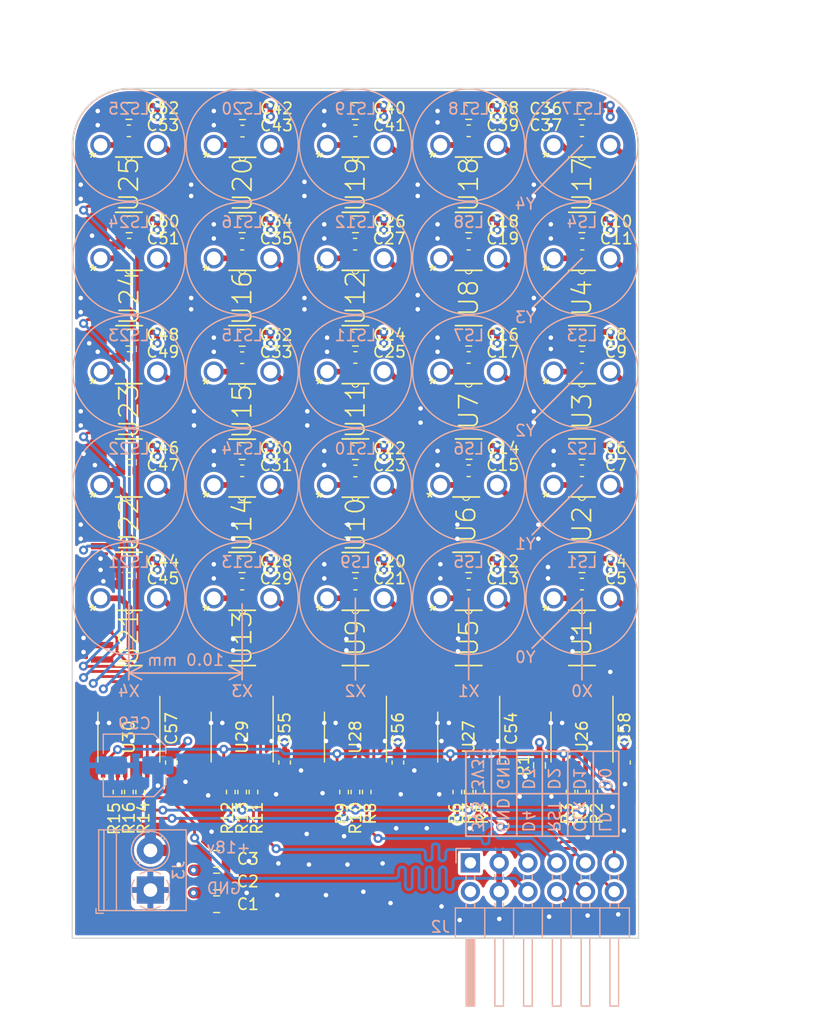
<source format=kicad_pcb>
(kicad_pcb (version 20211014) (generator pcbnew)
  (layers (0 "F.Cu" signal) (1 "In1.Cu" signal) (2 "In2.Cu" signal) (31 "B.Cu" signal) (34 "B.Paste" user) (35 "F.Paste" user) (36 "B.SilkS" user "B.Silkscreen") (37 "F.SilkS" user "F.Silkscreen") (38 "B.Mask" user) (39 "F.Mask" user) (44 "Edge.Cuts" user))
  (net 0 "")
  (net 1 "+15V")
  (net 2 "GND")
  (net 3 "Net-(LS1-Pad1)")
  (net 4 "Net-(LS1-Pad2)")
  (net 7 "Net-(LS2-Pad1)")
  (net 8 "Net-(LS2-Pad2)")
  (net 9 "input01")
  (net 11 "input00")
  (net 13 "+3V3")
  (net 14 "input33")
  (net 15 "input23")
  (net 16 "input32")
  (net 17 "input22")
  (net 18 "input31")
  (net 19 "input21")
  (net 20 "input30")
  (net 21 "input20")
  (net 22 "input13")
  (net 23 "input03")
  (net 24 "input12")
  (net 25 "input02")
  (net 26 "input11")
  (net 27 "input10")
  (net 28 "Net-(LS3-Pad1)")
  (net 29 "Net-(LS3-Pad2)")
  (net 30 "Net-(LS4-Pad1)")
  (net 31 "Net-(LS4-Pad2)")
  (net 32 "Net-(LS5-Pad1)")
  (net 33 "Net-(LS5-Pad2)")
  (net 34 "Net-(LS6-Pad1)")
  (net 35 "Net-(LS6-Pad2)")
  (net 36 "Net-(LS7-Pad1)")
  (net 37 "Net-(LS7-Pad2)")
  (net 38 "Net-(LS8-Pad1)")
  (net 39 "Net-(LS8-Pad2)")
  (net 40 "Net-(LS9-Pad1)")
  (net 41 "Net-(LS9-Pad2)")
  (net 42 "Net-(LS10-Pad1)")
  (net 43 "Net-(LS10-Pad2)")
  (net 44 "Net-(LS11-Pad1)")
  (net 45 "Net-(LS11-Pad2)")
  (net 46 "Net-(LS12-Pad1)")
  (net 47 "Net-(LS12-Pad2)")
  (net 48 "Net-(LS13-Pad1)")
  (net 49 "Net-(LS13-Pad2)")
  (net 50 "Net-(LS14-Pad1)")
  (net 51 "Net-(LS14-Pad2)")
  (net 52 "Net-(LS15-Pad1)")
  (net 53 "Net-(LS15-Pad2)")
  (net 54 "Net-(LS16-Pad1)")
  (net 55 "Net-(LS16-Pad2)")
  (net 84 "SER3")
  (net 85 "RESET")
  (net 86 "SER2")
  (net 87 "LOAD")
  (net 88 "SER1")
  (net 89 "CLK")
  (net 90 "SER0")
  (net 91 "SER4")
  (net 92 "Net-(LS17-Pad1)")
  (net 93 "Net-(LS17-Pad2)")
  (net 94 "Net-(LS18-Pad1)")
  (net 95 "Net-(LS18-Pad2)")
  (net 96 "Net-(LS19-Pad1)")
  (net 97 "Net-(LS19-Pad2)")
  (net 98 "Net-(LS20-Pad1)")
  (net 99 "Net-(LS20-Pad2)")
  (net 100 "Net-(LS21-Pad1)")
  (net 101 "Net-(LS21-Pad2)")
  (net 102 "Net-(LS22-Pad1)")
  (net 103 "Net-(LS22-Pad2)")
  (net 104 "Net-(LS23-Pad1)")
  (net 105 "Net-(LS23-Pad2)")
  (net 106 "Net-(LS24-Pad1)")
  (net 107 "Net-(LS24-Pad2)")
  (net 108 "Net-(LS25-Pad1)")
  (net 109 "Net-(LS25-Pad2)")
  (net 111 "input04")
  (net 114 "input14")
  (net 117 "input24")
  (net 120 "input34")
  (net 123 "input40")
  (net 126 "input41")
  (net 129 "input42")
  (net 132 "input43")
  (net 135 "input44")
  (net 157 "Net-(U26-Pad14)")
  (net 158 "Net-(U26-Pad11)")
  (net 159 "Net-(U26-Pad12)")
  (net 160 "Net-(U27-Pad14)")
  (net 161 "Net-(U27-Pad11)")
  (net 162 "Net-(U27-Pad12)")
  (net 163 "Net-(U28-Pad14)")
  (net 164 "Net-(U28-Pad11)")
  (net 165 "Net-(U28-Pad12)")
  (net 166 "Net-(U29-Pad14)")
  (net 167 "Net-(U29-Pad11)")
  (net 168 "Net-(U29-Pad12)")
  (net 169 "Net-(U30-Pad14)")
  (net 170 "Net-(U30-Pad11)")
  (net 171 "Net-(U30-Pad12)")
  (footprint "Capacitor_SMD:C_0603_1608Metric" (layer "F.Cu") (at 125 68.75 180)
    (fp_text reference "C29")
    (fp_text value "100nF")
  )
  (footprint "Capacitor_SMD:C_0805_2012Metric" (layer "F.Cu") (at 125.03 27.02 180)
    (fp_text reference "C42")
    (fp_text value "4.7uF")
  )
  (footprint "Resistor_SMD:R_0402_1005Metric" (layer "F.Cu") (at 154 87.1 90)
    (fp_text reference "R3")
    (fp_text value "39R")
  )
  (footprint "TC4428AEOA:SOIC127P600X175-8N" (layer "F.Cu") (at 135 73.5)
    (fp_text reference "U9")
    (fp_text value "TC4428AEOA")
  )
  (footprint "Capacitor_SMD:C_0603_1608Metric" (layer "F.Cu") (at 145 48.75 180)
    (fp_text reference "C17")
    (fp_text value "100nF")
  )
  (footprint "TC4428AEOA:SOIC127P600X175-8N" (layer "F.Cu") (at 144.775 63.5)
    (fp_text reference "U6")
    (fp_text value "TC4428AEOA")
  )
  (footprint "Capacitor_SMD:C_0603_1608Metric" (layer "F.Cu") (at 118.75 84.5 -90)
    (fp_text reference "C57")
    (fp_text value "100nF")
  )
  (footprint "Capacitor_SMD:C_0603_1608Metric" (layer "F.Cu") (at 155 68.75 180)
    (fp_text reference "C5")
    (fp_text value "100nF")
  )
  (footprint "Capacitor_SMD:C_0603_1608Metric" (layer "F.Cu") (at 145 68.75 180)
    (fp_text reference "C13")
    (fp_text value "100nF")
  )
  (footprint "Capacitor_SMD:C_0603_1608Metric" (layer "F.Cu") (at 148.75 84.5 -90)
    (fp_text reference "C54")
    (fp_text value "100nF")
  )
  (footprint "TC4428AEOA:SOIC127P600X175-8N" (layer "F.Cu") (at 115 53.5)
    (fp_text reference "U23")
    (fp_text value "TC4428AEOA")
  )
  (footprint "Resistor_SMD:R_0402_1005Metric" (layer "F.Cu") (at 116 87.1 90)
    (fp_text reference "R14")
    (fp_text value "39R")
  )
  (footprint "Capacitor_SMD:C_0603_1608Metric" (layer "F.Cu") (at 145 38.75 180)
    (fp_text reference "C19")
    (fp_text value "100nF")
  )
  (footprint "Capacitor_SMD:C_0805_2012Metric" (layer "F.Cu") (at 125 67 180)
    (fp_text reference "C28")
    (fp_text value "4.7uF")
  )
  (footprint "Capacitor_SMD:C_0805_2012Metric" (layer "F.Cu") (at 155 67 180)
    (fp_text reference "C4")
    (fp_text value "4.7uF")
  )
  (footprint "Capacitor_SMD:C_0603_1608Metric" (layer "F.Cu") (at 115 58.75 180)
    (fp_text reference "C47")
    (fp_text value "100nF")
  )
  (footprint "Capacitor_SMD:C_0603_1608Metric" (layer "F.Cu") (at 138.75 84.5 -90)
    (fp_text reference "C56")
    (fp_text value "100nF")
  )
  (footprint "Capacitor_SMD:C_0603_1608Metric" (layer "F.Cu") (at 128.75 84.5 -90)
    (fp_text reference "C55")
    (fp_text value "100nF")
  )
  (footprint "Capacitor_SMD:C_0805_2012Metric" (layer "F.Cu") (at 145 27 180)
    (fp_text reference "C38")
    (fp_text value "4.7uF")
  )
  (footprint "TC4428AEOA:SOIC127P600X175-8N" (layer "F.Cu") (at 155 73.5)
    (fp_text reference "U1")
    (fp_text value "TC4428AEOA")
  )
  (footprint "Package_SO:TSSOP-16_4.4x5mm_P0.65mm" (layer "F.Cu") (at 145 82.25 -90)
    (fp_text reference "U27")
    (fp_text value "74AHCT595")
  )
  (footprint "TC4428AEOA:SOIC127P600X175-8N" (layer "F.Cu") (at 155 43.5)
    (fp_text reference "U4")
    (fp_text value "TC4428AEOA")
  )
  (footprint "TC4428AEOA:SOIC127P600X175-8N" (layer "F.Cu") (at 135 33.5)
    (fp_text reference "U19")
    (fp_text value "TC4428AEOA")
  )
  (footprint "TC4428AEOA:SOIC127P600X175-8N" (layer "F.Cu") (at 155 63.5)
    (fp_text reference "U2")
    (fp_text value "TC4428AEOA")
  )
  (footprint "Capacitor_SMD:C_0603_1608Metric" (layer "F.Cu") (at 134.975 38.75 180)
    (fp_text reference "C27")
    (fp_text value "100nF")
  )
  (footprint "TC4428AEOA:SOIC127P600X175-8N" (layer "F.Cu") (at 155 33.5)
    (fp_text reference "U17")
    (fp_text value "TC4428AEOA")
  )
  (footprint "Capacitor_SMD:C_0603_1608Metric" (layer "F.Cu") (at 125 38.75 180)
    (fp_text reference "C35")
    (fp_text value "100nF")
  )
  (footprint "Capacitor_SMD:C_0603_1608Metric" (layer "F.Cu") (at 125 58.75 180)
    (fp_text reference "C31")
    (fp_text value "100nF")
  )
  (footprint "Capacitor_SMD:C_0805_2012Metric" (layer "F.Cu") (at 155 37 180)
    (fp_text reference "C10")
    (fp_text value "4.7uF")
  )
  (footprint "Resistor_SMD:R_0402_1005Metric" (layer "F.Cu") (at 115 87.1 90)
    (fp_text reference "R16")
    (fp_text value "39R")
  )
  (footprint "Capacitor_SMD:C_0805_2012Metric" (layer "F.Cu") (at 125 37 180)
    (fp_text reference "C34")
    (fp_text value "4.7uF")
  )
  (footprint "Capacitor_SMD:C_0805_2012Metric" (layer "F.Cu") (at 135 67 180)
    (fp_text reference "C20")
    (fp_text value "4.7uF")
  )
  (footprint "Resistor_SMD:R_0402_1005Metric" (layer "F.Cu") (at 125 87.1 90)
    (fp_text reference "R13")
    (fp_text value "39R")
  )
  (footprint "Capacitor_SMD:C_0805_2012Metric" (layer "F.Cu") (at 135 47 180)
    (fp_text reference "C24")
    (fp_text value "4.7uF")
  )
  (footprint "Resistor_SMD:R_0402_1005Metric" (layer "F.Cu") (at 114 87.1 90)
    (fp_text reference "R15")
    (fp_text value "39R")
  )
  (footprint "Capacitor_SMD:C_0603_1608Metric" (layer "F.Cu") (at 135 58.77 180)
    (fp_text reference "C23")
    (fp_text value "100nF")
  )
  (footprint "Capacitor_SMD:C_0603_1608Metric" (layer "F.Cu") (at 155 58.75 180)
    (fp_text reference "C7")
    (fp_text value "100nF")
  )
  (footprint "Capacitor_SMD:C_0805_2012Metric" (layer "F.Cu") (at 122.75 95)
    (fp_text reference "C2")
    (fp_text value "4.7uF")
  )
  (footprint "Resistor_SMD:R_0603_1608Metric_Pad0.98x0.95mm_HandSolder" (layer "F.Cu") (at 151.25 84.75 90)
    (fp_text reference "R1")
    (fp_text value "0R")
  )
  (footprint "Capacitor_SMD:C_0603_1608Metric" (layer "F.Cu") (at 125.03 28.77 180)
    (fp_text reference "C43")
    (fp_text value "100nF")
  )
  (footprint "TC4428AEOA:SOIC127P600X175-8N" (layer "F.Cu") (at 145 73.5)
    (fp_text reference "U5")
    (fp_text value "TC4428AEOA")
  )
  (footprint "Capacitor_SMD:C_0805_2012Metric" (layer "F.Cu") (at 155 57 180)
    (fp_text reference "C6")
    (fp_text value "4.7uF")
  )
  (footprint "TC4428AEOA:SOIC127P600X175-8N" (layer "F.Cu") (at 115 73.5)
    (fp_text reference "U21")
    (fp_text value "TC4428AEOA")
  )
  (footprint "TC4428AEOA:SOIC127P600X175-8N" (layer "F.Cu") (at 135 43.5)
    (fp_text reference "U12")
    (fp_text value "TC4428AEOA")
  )
  (footprint "Resistor_SMD:R_0402_1005Metric" (layer "F.Cu") (at 134 87.1 90)
    (fp_text reference "R9")
    (fp_text value "39R")
  )
  (footprint "Resistor_SMD:R_0402_1005Metric" (layer "F.Cu") (at 126 87.1 90)
    (fp_text reference "R11")
    (fp_text value "39R")
  )
  (footprint "Capacitor_SMD:C_0603_1608Metric" (layer "F.Cu") (at 155 28.75 180)
    (fp_text reference "C37")
    (fp_text value "100nF")
  )
  (footprint "TC4428AEOA:SOIC127P600X175-8N" (layer "F.Cu") (at 115 63.5)
    (fp_text reference "U22")
    (fp_text value "TC4428AEOA")
  )
  (footprint "TC4428AEOA:SOIC127P600X175-8N" (layer "F.Cu") (at 125 43.5)
    (fp_text reference "U16")
    (fp_text value "TC4428AEOA")
  )
  (footprint "TC4428AEOA:SOIC127P600X175-8N" (layer "F.Cu") (at 145 33.5)
    (fp_text reference "U18")
    (fp_text value "TC4428AEOA")
  )
  (footprint "TC4428AEOA:SOIC127P600X175-8N" (layer "F.Cu") (at 115.025 43.5)
    (fp_text reference "U24")
    (fp_text value "TC4428AEOA")
  )
  (footprint "TC4428AEOA:SOIC127P600X175-8N" (layer "F.Cu") (at 135 53.5)
    (fp_text reference "U11")
    (fp_text value "TC4428AEOA")
  )
  (footprint "Capacitor_SMD:C_0603_1608Metric" (layer "F.Cu") (at 145 28.75 180)
    (fp_text reference "C39")
    (fp_text value "100nF")
  )
  (footprint "TC4428AEOA:SOIC127P600X175-8N" (layer "F.Cu") (at 115 33.5)
    (fp_text reference "U25")
    (fp_text value "TC4428AEOA")
  )
  (footprint "Capacitor_SMD:C_0805_2012Metric" (layer "F.Cu") (at 135 37 180)
    (fp_text reference "C26")
    (fp_text value "4.7uF")
  )
  (footprint "Package_SO:TSSOP-16_4.4x5mm_P0.65mm" (layer "F.Cu") (at 155 82.25 -90)
    (fp_text reference "U26")
    (fp_text value "74AHCT595")
  )
  (footprint "Capacitor_SMD:C_0805_2012Metric" (layer "F.Cu") (at 145 47 180)
    (fp_text reference "C16")
    (fp_text value "4.7uF")
  )
  (footprint "Capacitor_SMD:C_0603_1608Metric" (layer "F.Cu") (at 158.75 84.5 -90)
    (fp_text reference "C58")
    (fp_text value "100nF")
  )
  (footprint "Capacitor_SMD:C_0805_2012Metric" (layer "F.Cu") (at 145.025 57 180)
    (fp_text reference "C14")
    (fp_text value "4.7uF")
  )
  (footprint "TC4428AEOA:SOIC127P600X175-8N" (layer "F.Cu") (at 155 53.5)
    (fp_text reference "U3")
    (fp_text value "TC4428AEOA")
  )
  (footprint "Resistor_SMD:R_0402_1005Metric" (layer "F.Cu") (at 156 87.1 90)
    (fp_text reference "R2")
    (fp_text value "39R")
  )
  (footprint "TC4428AEOA:SOIC127P600X175-8N" (layer "F.Cu") (at 145 43.5)
    (fp_text reference "U8")
    (fp_text value "TC4428AEOA")
  )
  (footprint "Capacitor_SMD:C_0805_2012Metric" (layer "F.Cu") (at 122.75 93)
    (fp_text reference "C3")
    (fp_text value "4.7uF")
  )
  (footprint "Resistor_SMD:R_0402_1005Metric" (layer "F.Cu") (at 146 87.1 90)
    (fp_text reference "R5")
    (fp_text value "39R")
  )
  (footprint "Package_SO:TSSOP-16_4.4x5mm_P0.65mm" (layer "F.Cu") (at 115 82.25 -90)
    (fp_text reference "U30")
    (fp_text value "74AHCT595")
  )
  (footprint "Capacitor_SMD:C_0805_2012Metric" (layer "F.Cu") (at 155 47 180)
    (fp_text reference "C8")
    (fp_text value "4.7uF")
  )
  (footprint "Capacitor_SMD:C_0805_2012Metric" (layer "F.Cu") (at 115 57 180)
    (fp_text reference "C46")
    (fp_text value "4.7uF")
  )
  (footprint "Capacitor_SMD:C_0805_2012Metric" (layer "F.Cu") (at 115 27 180)
    (fp_text reference "C52")
    (fp_text value "4.7uF")
  )
  (footprint "Capacitor_SMD:C_0603_1608Metric" (layer "F.Cu") (at 115 48.75 180)
    (fp_text reference "C49")
    (fp_text value "100nF")
  )
  (footprint "Capacitor_SMD:C_0603_1608Metric" (layer "F.Cu") (at 155.025 38.75 180)
    (fp_text reference "C11")
    (fp_text value "100nF")
  )
  (footprint "Capacitor_SMD:C_0603_1608Metric" (layer "F.Cu") (at 115 68.75 180)
    (fp_text reference "C45")
    (fp_text value "100nF")
  )
  (footprint "Package_SO:TSSOP-16_4.4x5mm_P0.65mm" (layer "F.Cu") (at 125 82.25 -90)
    (fp_text reference "U29")
    (fp_text value "74AHCT595")
  )
  (footprint "Capacitor_SMD:C_0603_1608Metric" (layer "F.Cu") (at 135 28.75 180)
    (fp_text reference "C41")
    (fp_text value "100nF")
  )
  (footprint "Capacitor_SMD:C_0805_2012Metric" (layer "F.Cu") (at 145 67 180)
    (fp_text reference "C12")
    (fp_text value "4.7uF")
  )
  (footprint "Capacitor_SMD:C_0805_2012Metric" (layer "F.Cu") (at 135 27 180)
    (fp_text reference "C40")
    (fp_text value "4.7uF")
  )
  (footprint "Capacitor_SMD:C_0805_2012Metric" (layer "F.Cu") (at 135 57.02 180)
    (fp_text reference "C22")
    (fp_text value "4.7uF")
  )
  (footprint "TC4428AEOA:SOIC127P600X175-8N" (layer "F.Cu") (at 125 53.52)
    (fp_text reference "U15")
    (fp_text value "TC4428AEOA")
  )
  (footprint "TC4428AEOA:SOIC127P600X175-8N" (layer "F.Cu") (at 125 73.5)
    (fp_text reference "U13")
    (fp_text value "TC4428AEOA")
  )
  (footprint "Package_SO:TSSOP-16_4.4x5mm_P0.65mm" (layer "F.Cu") (at 135 82.25 -90)
    (fp_text reference "U28")
    (fp_text value "74AHCT595")
  )
  (footprint "Capacitor_SMD:C_0805_2012Metric" (layer "F.Cu") (at 115 47 180)
    (fp_text reference "C48")
    (fp_text value "4.7uF")
  )
  (footprint "Capacitor_SMD:C_0805_2012Metric" (layer "F.Cu") (at 125 57 180)
    (fp_text reference "C30")
    (fp_text value "4.7uF")
  )
  (footprint "Capacitor_SMD:C_0603_1608Metric" (layer "F.Cu") (at 115.025 38.75 180)
    (fp_text reference "C51")
    (fp_text value "100nF")
  )
  (footprint "Capacitor_SMD:C_0603_1608Metric" (layer "F.Cu") (at 155 48.75 180)
    (fp_text reference "C9")
    (fp_text value "100nF")
  )
  (footprint "Capacitor_SMD:C_0603_1608Metric" (layer "F.Cu") (at 135 48.75 180)
    (fp_text reference "C25")
    (fp_text value "100nF")
  )
  (footprint "Resistor_SMD:R_0402_1005Metric" (layer "F.Cu") (at 144 87.1 90)
    (fp_text reference "R6")
    (fp_text value "39R")
  )
  (footprint "TC4428AEOA:SOIC127P600X175-8N" (layer "F.Cu") (at 135 63.52)
    (fp_text reference "U10")
    (fp_text value "TC4428AEOA")
  )
  (footprint "Resistor_SMD:R_0402_1005Metric" (layer "F.Cu") (at 124 87.1 90)
    (fp_text reference "R12")
    (fp_text value "39R")
  )
  (footprint "TC4428AEOA:SOIC127P600X175-8N" (layer "F.Cu") (at 125.03 33.52)
    (fp_text reference "U20")
    (fp_text value "TC4428AEOA")
  )
  (footprint "Resistor_SMD:R_0402_1005Metric" (layer "F.Cu") (at 155 87.1 90)
    (fp_text reference "R4")
    (fp_text value "39R")
  )
  (footprint "Capacitor_SMD:C_0603_1608Metric" (layer "F.Cu") (at 125 48.77 180)
    (fp_text reference "C33")
    (fp_text value "100nF")
  )
  (footprint "Capacitor_SMD:C_0603_1608Metric" (layer "F.Cu") (at 145 58.75 180)
    (fp_text reference "C15")
    (fp_text value "100nF")
  )
  (footprint "Resistor_SMD:R_0402_1005Metric" (layer "F.Cu") (at 145 87.1 90)
    (fp_text reference "R7")
    (fp_text value "39R")
  )
  (footprint "Capacitor_SMD:C_0805_2012Metric" (layer "F.Cu") (at 122.75 97)
    (fp_text reference "C1")
    (fp_text value "4.7uF")
  )
  (footprint "Resistor_SMD:R_0402_1005Metric" (layer "F.Cu") (at 136 87.1 90)
    (fp_text reference "R8")
    (fp_text value "39R")
  )
  (footprint "Resistor_SMD:R_0402_1005Metric" (layer "F.Cu") (at 135 87.1 90)
    (fp_text reference "R10")
    (fp_text value "39R")
  )
  (footprint "Capacitor_SMD:C_0603_1608Metric" (layer "F.Cu") (at 115 28.75 180)
    (fp_text reference "C53")
    (fp_text value "100nF")
  )
  (footprint "TC4428AEOA:SOIC127P600X175-8N" (layer "F.Cu") (at 145 53.5)
    (fp_text reference "U7")
    (fp_text value "TC4428AEOA")
  )
  (footprint "Capacitor_SMD:C_0805_2012Metric" (layer "F.Cu") (at 115 67 180)
    (fp_text reference "C44")
    (fp_text value "4.7uF")
  )
  (footprint "Capacitor_SMD:C_0805_2012Metric" (layer "F.Cu") (at 145 37 180)
    (fp_text reference "C18")
    (fp_text value "4.7uF")
  )
  (footprint "Capacitor_SMD:C_0603_1608Metric" (layer "F.Cu") (at 135 68.75 180)
    (fp_text reference "C21")
    (fp_text value "100nF")
  )
  (footprint "Capacitor_SMD:C_0805_2012Metric" (layer "F.Cu") (at 115.025 37 180)
    (fp_text reference "C50")
    (fp_text value "4.7uF")
  )
  (footprint "Capacitor_SMD:C_0805_2012Metric" (layer "F.Cu") (at 125 47.02 180)
    (fp_text reference "C32")
    (fp_text value "4.7uF")
  )
  (footprint "TC4428AEOA:SOIC127P600X175-8N" (layer "F.Cu") (at 125 63.5)
    (fp_text reference "U14")
    (fp_text value "TC4428AEOA")
  )
  (footprint "Capacitor_SMD:C_0805_2012Metric" (layer "F.Cu") (at 155 27 180)
    (fp_text reference "C36")
    (fp_text value "4.7uF")
  )
  (footprint "MA40S4R:XDCR_MA40S4R" (layer "B.Cu") (at 155 50 180)
    (fp_text reference "LS3")
    (fp_text value "Speaker_Ultrasound")
  )
  (footprint "MA40S4R:XDCR_MA40S4R" (layer "B.Cu") (at 115 30 180)
    (fp_text reference "LS25")
    (fp_text value "Speaker_Ultrasound")
  )
  (footprint "MA40S4R:XDCR_MA40S4R" (layer "B.Cu") (at 145 30 180)
    (fp_text reference "LS18")
    (fp_text value "Speaker_Ultrasound")
  )
  (footprint "MA40S4R:XDCR_MA40S4R" (layer "B.Cu") (at 125 40 180)
    (fp_text reference "LS16")
    (fp_text value "Speaker_Ultrasound")
  )
  (footprint "MA40S4R:XDCR_MA40S4R" (layer "B.Cu") (at 115 50 180)
    (fp_text reference "LS23")
    (fp_text value "Speaker_Ultrasound")
  )
  (footprint "TerminalBlock_Phoenix:TerminalBlock_Phoenix_PT-1,5-2-3.5-H_1x02_P3.50mm_Horizontal" (layer "B.Cu") (at 116.9 95.75 90)
    (fp_text reference "J3")
    (fp_text value "Screw_Terminal_01x02")
  )
  (footprint "MA40S4R:XDCR_MA40S4R" (layer "B.Cu") (at 135 40 180)
    (fp_text reference "LS12")
    (fp_text value "Speaker_Ultrasound")
  )
  (footprint "MA40S4R:XDCR_MA40S4R" (layer "B.Cu") (at 135 70 180)
    (fp_text reference "LS9")
    (fp_text value "Speaker_Ultrasound")
  )
  (footprint "MA40S4R:XDCR_MA40S4R" (layer "B.Cu") (at 115 40 180)
    (fp_text reference "LS24")
    (fp_text value "Speaker_Ultrasound")
  )
  (footprint "MA40S4R:XDCR_MA40S4R" (layer "B.Cu") (at 135 60 180)
    (fp_text reference "LS10")
    (fp_text value "Speaker_Ultrasound")
  )
  (footprint "MA40S4R:XDCR_MA40S4R" (layer "B.Cu") (at 125 50 180)
    (fp_text reference "LS15")
    (fp_text value "Speaker_Ultrasound")
  )
  (footprint "MA40S4R:XDCR_MA40S4R" (layer "B.Cu") (at 115 60 180)
    (fp_text reference "LS22")
    (fp_text value "Speaker_Ultrasound")
  )
  (footprint "MA40S4R:XDCR_MA40S4R" (layer "B.Cu") (at 155 60 180)
    (fp_text reference "LS2")
    (fp_text value "Speaker_Ultrasound")
  )
  (footprint "MA40S4R:XDCR_MA40S4R" (layer "B.Cu") (at 155 40 180)
    (fp_text reference "LS4")
    (fp_text value "Speaker_Ultrasound")
  )
  (footprint "MA40S4R:XDCR_MA40S4R" (layer "B.Cu") (at 145 40 180)
    (fp_text reference "LS8")
    (fp_text value "Speaker_Ultrasound")
  )
  (footprint "MA40S4R:XDCR_MA40S4R" (layer "B.Cu") (at 155 70 180)
    (fp_text reference "LS1")
    (fp_text value "Speaker_Ultrasound")
  )
  (footprint "MA40S4R:XDCR_MA40S4R" (layer "B.Cu") (at 135 50 180)
    (fp_text reference "LS11")
    (fp_text value "Speaker_Ultrasound")
  )
  (footprint "MA40S4R:XDCR_MA40S4R" (layer "B.Cu") (at 125 30 180)
    (fp_text reference "LS20")
    (fp_text value "Speaker_Ultrasound")
  )
  (footprint "MA40S4R:XDCR_MA40S4R" (layer "B.Cu") (at 125 70 180)
    (fp_text reference "LS13")
    (fp_text value "Speaker_Ultrasound")
  )
  (footprint "MA40S4R:XDCR_MA40S4R" (layer "B.Cu") (at 145 60 180)
    (fp_text reference "LS6")
    (fp_text value "Speaker_Ultrasound")
  )
  (footprint "MA40S4R:XDCR_MA40S4R" (layer "B.Cu") (at 135 30 180)
    (fp_text reference "LS19")
    (fp_text value "Speaker_Ultrasound")
  )
  (footprint "MA40S4R:XDCR_MA40S4R" (layer "B.Cu") (at 145 70 180)
    (fp_text reference "LS5")
    (fp_text value "Speaker_Ultrasound")
  )
  (footprint "Capacitor_SMD:C_Elec_5x5.4" (layer "B.Cu") (at 115.5 84.75 180)
    (fp_text reference "C59")
    (fp_text value "47uF")
  )
  (footprint "MA40S4R:XDCR_MA40S4R" (layer "B.Cu") (at 115 70 180)
    (fp_text reference "LS21")
    (fp_text value "Speaker_Ultrasound")
  )
  (footprint "Connector_PinHeader_2.54mm:PinHeader_2x06_P2.54mm_Horizontal" (layer "B.Cu") (at 145.15 93.35 -90)
    (fp_text reference "J2")
    (fp_text value "Conn_02x06_Odd_Even")
  )
  (footprint "MA40S4R:XDCR_MA40S4R" (layer "B.Cu") (at 125 60 180)
    (fp_text reference "LS14")
    (fp_text value "Speaker_Ultrasound")
  )
  (footprint "MA40S4R:XDCR_MA40S4R" (layer "B.Cu") (at 145 50 180)
    (fp_text reference "LS7")
    (fp_text value "Speaker_Ultrasound")
  )
  (footprint "MA40S4R:XDCR_MA40S4R" (layer "B.Cu") (at 155 30 180)
    (fp_text reference "LS17")
    (fp_text value "Speaker_Ultrasound")
  )
  (gr_line (start 147 83.5) (end 147 91) (layer "B.SilkS") (width 0.15))
  (gr_line (start 145 70) (end 145 77.2) (layer "B.SilkS") (width 0.15))
  (gr_line (start 155 40) (end 150.6 44.4) (layer "B.SilkS") (width 0.15))
  (gr_line (start 155 60) (end 150.6 64.4) (layer "B.SilkS") (width 0.15))
  (gr_line (start 155 70) (end 155 77.2) (layer "B.SilkS") (width 0.15))
  (gr_line (start 155 70) (end 150.6 74.4) (layer "B.SilkS") (width 0.15))
  (gr_line (start 155 50) (end 150.6 54.4) (layer "B.SilkS") (width 0.15))
  (gr_line (start 156 83.5) (end 156 91) (layer "B.SilkS") (width 0.15))
  (gr_line (start 149.25 91) (end 149.25 83.5) (layer "B.SilkS") (width 0.15))
  (gr_line (start 155 30) (end 150.6 34.4) (layer "B.SilkS") (width 0.15))
  (gr_line (start 153.75 91) (end 153.75 83.5) (layer "B.SilkS") (width 0.15))
  (gr_line (start 151.5 83.5) (end 151.5 91) (layer "B.SilkS") (width 0.15))
  (gr_line (start 146.75 91) (end 149.25 91) (layer "B.SilkS") (width 0.15))
  (gr_line (start 144.75 87.25) (end 158.25 87.25) (layer "B.SilkS") (width 0.15))
  (gr_rect (start 144.75 91) (end 158.25 83.5) (layer "B.SilkS") (width 0.15) (fill none))
  (gr_line (start 135 70) (end 135 77.2) (layer "B.SilkS") (width 0.15))
  (gr_line (start 115 25) (end 155 25) (layer "Edge.Cuts") (width 0.1))
  (gr_line (start 160 30) (end 160 100) (layer "Edge.Cuts") (width 0.1))
  (gr_arc (start 110 30) (mid 111.464466 26.464466) (end 115 25) (layer "Edge.Cuts") (width 0.1))
  (gr_arc (start 155 25) (mid 158.535534 26.464466) (end 160 30) (layer "Edge.Cuts") (width 0.1))
  (gr_line (start 160 100) (end 110 100) (layer "Edge.Cuts") (width 0.1))
  (gr_line (start 110 100) (end 110 30) (layer "Edge.Cuts") (width 0.1))
  (gr_text "X0" (at 155 78.2) (layer "B.SilkS") (effects (font (size 1 1)) (justify mirror)))
  (gr_text "3V3" (at 145.75 87 270) (layer "B.SilkS") (effects (font (size 1 1)) (justify left mirror)))
  (gr_text "GND" (at 148 90.75 270) (layer "B.SilkS") (effects (font (size 1 1)) (justify left mirror)))
  (gr_text "Y4" (at 150 35.2) (layer "B.SilkS") (effects (font (size 1 1)) (justify mirror)))
  (gr_text "D2" (at 152.5 87 270) (layer "B.SilkS") (effects (font (size 1 1)) (justify left mirror)))
  (gr_text "LD\n" (at 157 90.75 270) (layer "B.SilkS") (effects (font (size 1 1)) (justify left mirror)))
  (gr_text "RST" (at 152.5 90.75 270) (layer "B.SilkS") (effects (font (size 1 1)) (justify left mirror)))
  (gr_text "D4" (at 150.25 90.75 270) (layer "B.SilkS") (effects (font (size 1 1)) (justify left mirror)))
  (gr_text "Y3" (at 150 45.2) (layer "B.SilkS") (effects (font (size 1 1)) (justify mirror)))
  (gr_text "Y1" (at 150 65.2) (layer "B.SilkS") (effects (font (size 1 1)) (justify mirror)))
  (gr_text "GND" (at 148 87 270) (layer "B.SilkS") (effects (font (size 1 1)) (justify left mirror)))
  (gr_text "X3" (at 125 78.2) (layer "B.SilkS") (effects (font (size 1 1)) (justify mirror)))
  (gr_text "3V3" (at 145.75 90.75 270) (layer "B.SilkS") (effects (font (size 1 1)) (justify left mirror)))
  (gr_text "CLK" (at 154.75 90.75 270) (layer "B.SilkS") (effects (font (size 1 1)) (justify left mirror)))
  (gr_text "D1" (at 154.75 87 270) (layer "B.SilkS") (effects (font (size 1 1)) (justify left mirror)))
  (gr_text "+18v" (at 123.8 92) (layer "B.SilkS") (effects (font (size 1 1)) (justify mirror)))
  (gr_text "D0" (at 157 87 270) (layer "B.SilkS") (effects (font (size 1 1)) (justify left mirror)))
  (gr_text "X2" (at 135 78.2) (layer "B.SilkS") (effects (font (size 1 1)) (justify mirror)))
  (gr_text "X4" (at 115 78.2) (layer "B.SilkS") (effects (font (size 1 1)) (justify mirror)))
  (gr_text "Y0" (at 150 75.2) (layer "B.SilkS") (effects (font (size 1 1)) (justify mirror)))
  (gr_text "GND" (at 123.4 95.6) (layer "B.SilkS") (effects (font (size 1 1)) (justify mirror)))
  (gr_text "X1" (at 145 78.2) (layer "B.SilkS") (effects (font (size 1 1)) (justify mirror)))
  (gr_text "Y2" (at 150 55.2) (layer "B.SilkS") (effects (font (size 1 1)) (justify mirror)))
  (gr_text "D3" (at 150.25 87 270) (layer "B.SilkS") (effects (font (size 1 1)) (justify left mirror)))
  (dimension (type aligned) (layer "B.SilkS") (pts (xy 115 70) (xy 125 70)) (height 6.6) (gr_text "10,0 mm" (at 120 75.45) (layer "B.SilkS") (effects (font (size 1 1) (thickness 0.15)) (justify mirror))) (format (units 3) (units_format 1) (precision 1)) (style (thickness 0.15) (arrow_length 1.27) (text_position_mode 0) (extension_height 0.58642) (extension_offset 0.5) keep_text_aligned))
  (segment (start 145.95 67) (end 145.95 68.575) (width 0.508) (layer "F.Cu") (net 1))
  (segment (start 156.45 26.5) (end 155.95 27) (width 0.508) (layer "F.Cu") (net 1))
  (segment (start 116.455178 74.135) (end 117.3622 74.135) (width 0.508) (layer "F.Cu") (net 1))
  (segment (start 157.5 37.5) (end 157.5 36.5) (width 0.508) (layer "F.Cu") (net 1))
  (segment (start 137.5 27.5) (end 137.5 26.5) (width 0.508) (layer "F.Cu") (net 1))
  (segment (start 127.5 46.5) (end 126.47 46.5) (width 0.508) (layer "F.Cu") (net 1))
  (segment (start 115.975 38.575) (end 115.8 38.75) (width 0.508) (layer "F.Cu") (net 1))
  (segment (start 137.5 67.5) (end 137.5 66.5) (width 0.508) (layer "F.Cu") (net 1))
  (segment (start 155.775 33.454822) (end 156.455178 34.135) (width 0.508) (layer "F.Cu") (net 1))
  (segment (start 135.95 27) (end 135.95 28.575) (width 0.508) (layer "F.Cu") (net 1))
  (segment (start 146.135 64.135) (end 147.1372 64.135) (width 0.508) (layer "F.Cu") (net 1))
  (segment (start 117.5 66.5) (end 116.45 66.5) (width 0.508) (layer "F.Cu") (net 1))
  (segment (start 145.775 43.454822) (end 146.455178 44.135) (width 0.508) (layer "F.Cu") (net 1))
  (segment (start 126.485178 34.155) (end 127.3922 34.155) (width 0.508) (layer "F.Cu") (net 1))
  (segment (start 145.95 68.575) (end 145.775 68.75) (width 0.508) (layer "F.Cu") (net 1))
  (segment (start 147.5 47.5) (end 147.5 46.5) (width 0.508) (layer "F.Cu") (net 1))
  (segment (start 116.45 26.5) (end 115.95 27) (width 0.508) (layer "F.Cu") (net 1))
  (segment (start 126.45 66.5) (end 125.95 67) (width 0.508) (layer "F.Cu") (net 1))
  (segment (start 137.5 26.5) (end 136.45 26.5) (width 0.508) (layer "F.Cu") (net 1))
  (segment (start 147.5 56.5) (end 146.475 56.5) (width 0.508) (layer "F.Cu") (net 1))
  (segment (start 135.95 68.575) (end 135.775 68.75) (width 0.508) (layer "F.Cu") (net 1))
  (segment (start 155.775 58.75) (end 155.775 63.454822) (width 0.508) (layer "F.Cu") (net 1))
  (segment (start 116.45 46.5) (end 115.95 47) (width 0.508) (layer "F.Cu") (net 1))
  (segment (start 127.5 57.5) (end 127.5 56.5) (width 0.508) (layer "F.Cu") (net 1))
  (segment (start 115.775 33.454822) (end 116.455178 34.135) (width 0.508) (layer "F.Cu") (net 1))
  (segment (start 135.95 57.02) (end 135.95 58.595) (width 0.508) (layer "F.Cu") (net 1))
  (segment (start 145.975 57) (end 145.975 58.55) (width 0.508) (layer "F.Cu") (net 1))
  (segment (start 117.5 26.5) (end 116.45 26.5) (width 0.508) (layer "F.Cu") (net 1))
  (segment (start 115.95 58.575) (end 115.775 58.75) (width 0.508) (layer "F.Cu") (net 1))
  (segment (start 146.455178 54.135) (end 147.3622 54.135) (width 0.508) (layer "F.Cu") (net 1))
  (segment (start 125.775 68.75) (end 125.775 73.454822) (width 0.508) (layer "F.Cu") (net 1))
  (segment (start 135.95 28.575) (end 135.775 28.75) (width 0.508) (layer "F.Cu") (net 1))
  (segment (start 135.775 73.575) (end 136.335 74.135) (width 0.508) (layer "F.Cu") (net 1))
  (segment (start 157.5 47.5) (end 157.5 46.5) (width 0.508) (layer "F.Cu") (net 1))
  (segment (start 156.455178 34.135) (end 157.3622 34.135) (width 0.508) (layer "F.Cu") (net 1))
  (segment (start 157.5 36.5) (end 156.45 36.5) (width 0.508) (layer "F.Cu") (net 1))
  (segment (start 127.5 37.5) (end 127.5 36.5) (width 0.508) (layer "F.Cu") (net 1))
  (segment (start 137.5 57.5) (end 137.5 56.5) (width 0.508) (layer "F.Cu") (net 1))
  (segment (start 156.455178 64.135) (end 157.3622 64.135) (width 0.508) (layer "F.Cu") (net 1))
  (segment (start 155.775 48.75) (end 155.775 53.454822) (width 0.508) (layer "F.Cu") (net 1))
  (segment (start 127.5 26.5) (end 126.5 26.5) (width 0.508) (layer "F.Cu") (net 1))
  (segment (start 145.622565 68.902435) (end 145.622565 73.222565) (width 0.508) (layer "F.Cu") (net 1))
  (segment (start 147.5 36.5) (end 146.45 36.5) (width 0.508) (layer "F.Cu") (net 1))
  (segment (start 147.5 37.5) (end 147.5 36.5) (width 0.508) (layer "F.Cu") (net 1))
  (segment (start 145.775 68.75) (end 145.622565 68.902435) (width 0.508) (layer "F.Cu") (net 1))
  (segment (start 125.805 28.77) (end 125.805 33.474822) (width 0.508) (layer "F.Cu") (net 1))
  (segment (start 156.45 66.5) (end 155.95 67) (width 0.508) (layer "F.Cu") (net 1))
  (segment (start 155.8 43.479822) (end 156.455178 44.135) (width 0.508) (layer "F.Cu") (net 1))
  (segment (start 127.5 36.5) (end 126.45 36.5) (width 0.508) (layer "F.Cu") (net 1))
  (segment (start 135.75 43.429822) (end 136.455178 44.135) (width 0.508) (layer "F.Cu") (net 1))
  (segment (start 155.95 27) (end 155.95 28.575) (width 0.508) (layer "F.Cu") (net 1))
  (segment (start 115.95 28.575) (end 115.775 28.75) (width 0.508) (layer "F.Cu") (net 1))
  (segment (start 125.95 37) (end 125.95 38.575) (width 0.508) (layer "F.Cu") (net 1))
  (segment (start 126.455178 54.155) (end 127.3622 54.155) (width 0.508) (layer "F.Cu") (net 1))
  (segment (start 135.95 38.55) (end 135.75 38.75) (width 0.508) (layer "F.Cu") (net 1))
  (segment (start 147.5 46.5) (end 146.45 46.5) (width 0.508) (layer "F.Cu") (net 1))
  (segment (start 126.135 64.135) (end 127.3622 64.135) (width 0.508) (layer "F.Cu") (net 1))
  (segment (start 121.8 94) (end 121.8 96) (width 1) (layer "F.Cu") (net 1))
  (segment (start 115.95 57) (end 115.95 58.575) (width 0.508) (layer "F.Cu") (net 1))
  (segment (start 127.5 66.5) (end 126.45 66.5) (width 0.508) (layer "F.Cu") (net 1))
  (segment (start 157.5 46.5) (end 156.45 46.5) (width 0.508) (layer "F.Cu") (net 1))
  (segment (start 145.775 28.75) (end 145.775 33.454822) (width 0.508) (layer "F.Cu") (net 1))
  (segment (start 115.95 68.575) (end 115.775 68.75) (width 0.508) (layer "F.Cu") (net 1))
  (segment (start 155.95 58.575) (end 155.775 58.75) (width 0.508) (layer "F.Cu") (net 1))
  (segment (start 155.95 57) (end 155.95 58.575) (width 0.508) (layer "F.Cu") (net 1))
  (segment (start 116.45 66.5) (end 115.95 67) (width 0.508) (layer "F.Cu") (net 1))
  (segment (start 147.5 26.5) (end 146.45 26.5) (width 0.508) (layer "F.Cu") (net 1))
  (segment (start 147.5 57.5) (end 147.5 56.5) (width 0.508) (layer "F.Cu") (net 1))
  (segment (start 155.95 68.575) (end 155.775 68.75) (width 0.508) (layer "F.Cu") (net 1))
  (segment (start 120.7 96) (end 121.8 96) (width 1) (layer "F.Cu") (net 1))
  (segment (start 127.5 67.5) (end 127.5 66.5) (width 0.508) (layer "F.Cu") (net 1))
  (segment (start 125.95 58.575) (end 125.775 58.75) (width 0.508) (layer "F.Cu") (net 1))
  (segment (start 121.8 93) (end 121.8 94) (width 1) (layer "F.Cu") (net 1))
  (segment (start 136.455178 54.135) (end 137.3622 54.135) (width 0.508) (layer "F.Cu") (net 1))
  (segment (start 136.45 66.5) (end 135.95 67) (width 0.508) (layer "F.Cu") (net 1))
  (segment (start 157.5 67.5) (end 157.5 66.5) (width 0.508) (layer "F.Cu") (net 1))
  (segment (start 125.805 33.474822) (end 126.485178 34.155) (width 0.508) (layer "F.Cu") (net 1))
  (segment (start 155.95 38.6) (end 155.8 38.75) (width 0.508) (layer "F.Cu") (net 1))
  (segment (start 116.455178 34.135) (end 117.3622 34.135) (width 0.508) (layer "F.Cu") (net 1))
  (segment (start 136.45 36.5) (end 135.95 37) (width 0.508) (layer "F.Cu") (net 1))
  (segment (start 115.775 63.454822) (end 116.455178 64.135) (width 0.508) (layer "F.Cu") (net 1))
  (segment (start 115.8 43.4) (end 116.535 44.135) (width 0.508) (layer "F.Cu") (net 1))
  (segment (start 116.475 36.5) (end 115.975 37) (width 0.508) (layer "F.Cu") (net 1))
  (segment (start 125.98 28.595) (end 125.805 28.77) (width 0.508) (layer "F.Cu") (net 1))
  (segment (start 135.95 58.595) (end 135.775 58.77) (width 0.508) (layer "F.Cu") (net 1))
  (segment (start 156.455178 54.135) (end 157.3622 54.135) (width 0.508) (layer "F.Cu") (net 1))
  (segment (start 155.775 63.454822) (end 156.455178 64.135) (width 0.508) (layer "F.Cu") (net 1))
  (segment (start 116.535 44.135) (end 117.3872 44.135) (width 0.508) (layer "F.Cu") (net 1))
  (segment (start 127.5 56.5) (end 126.45 56.5) (width 0.508) (layer "F.Cu") (net 1))
  (segment (start 145.775 53.454822) (end 146.455178 54.135) (width 0.508) (layer "F.Cu") (net 1))
  (segment (start 135.775 28.75) (end 135.775 33.454822) (width 0.508) (layer "F.Cu") (net 1))
  (segment (start 145.95 48.575) (end 145.775 48.75) (width 0.508) (layer "F.Cu") (net 1))
  (segment (start 136.455178 34.135) (end 137.3622 34.135) (width 0.508) (layer "F.Cu") (net 1))
  (segment (start 135.95 67) (end 135.95 68.575) (width 0.508) (layer "F.Cu") (net 1))
  (segment (start 125.775 58.75) (end 125.775 63.775) (width 0.508) (layer "F.Cu") (net 1))
  (segment (start 146.45 66.5) (end 145.95 67) (width 0.508) (layer "F.Cu") (net 1))
  (segment (start 137.5 37.5) (end 137.5 36.5) (width 0.508) (layer "F.Cu") (net 1))
  (segment (start 136.455178 44.135) (end 137.3622 44.135) (width 0.508) (layer "F.Cu") (net 1))
  (segment (start 125.775 53.474822) (end 126.455178 54.155) (width 0.508) (layer "F.Cu") (net 1))
  (segment (start 147.5 67.5) (end 147.5 66.5) (width 0.508) (layer "F.Cu") (net 1))
  (segment (start 127.5 26.5) (end 127.5 27.5) (width 0.508) (layer "F.Cu") (net 1))
  (segment (start 135.775 33.454822) (end 136.455178 34.135) (width 0.508) (layer "F.Cu") (net 1))
  (segment (start 145.561031 63.561031) (end 146.135 64.135) (width 0.508) (layer "F.Cu") (net 1))
  (segment (start 135.775 48.75) (end 135.775 53.454822) (width 0.508) (layer "F.Cu") (net 1))
  (segment (start 146.45 46.5) (end 145.95 47) (width 0.508) (layer "F.Cu") (net 1))
  (segment (start 115.775 53.575) (end 116.335 54.135) (width 0.508) (layer "F.Cu") (net 1))
  (segment (start 115.775 48.75) (end 115.775 53.575) (width 0.508) (layer "F.Cu") (net 1))
  (segment (start 155.95 37) (end 155.95 38.6) (width 0.508) (layer "F.Cu") (net 1))
  (segment (start 126.45 56.5) (end 125.95 57) (width 0.508) (layer "F.Cu") (net 1))
  (segment (start 146.535 74.135) (end 147.3622 74.135) (width 0.508) (layer "F.Cu") (net 1))
  (segment (start 145.95 37) (end 145.95 38.575) (width 0.508) (layer "F.Cu") (net 1))
  (segment (start 147.5 26.5) (end 147.5 27.5) (width 0.508) (layer "F.Cu") (net 1))
  (segment (start 157.5 57.5) (end 157.5 56.5) (width 0.508) (layer "F.Cu") (net 1))
  (segment (start 155.775 53.454822) (end 156.455178 54.135) (width 0.508) (layer "F.Cu") (net 1))
  (segment (start 145.561031 58.963969) (end 145.561031 63.561031) (width 0.508) (layer "F.Cu") (net 1))
  (segment (start 146.45 26.5) (end 145.95 27) (width 0.508) (layer "F.Cu") (net 1))
  (segment (start 125.775 43.454822) (end 126.455178 44.135) (width 0.508) (layer "F.Cu") (net 1))
  (segment (start 116.335 54.135) (end 117.3622 54.135) (width 0.508) (layer "F.Cu") (net 1))
  (segment (start 136.335 74.135) (end 137.3622 74.135) (width 0.508) (layer "F.Cu") (net 1))
  (segment (start 126.455178 44.135) (end 127.3622 44.135) (width 0.508) (layer "F.Cu") (net 1))
  (segment (start 147.5 66.5) (end 146.45 66.5) (width 0.508) (layer "F.Cu") (net 1))
  (segment (start 146.455178 34.135) (end 147.3622 34.135) (width 0.508) (layer "F.Cu") (net 1))
  (segment (start 155.775 68.75) (end 155.775 73.454822) (width 0.508) (layer "F.Cu") (net 1))
  (segment (start 117.5 46.5) (end 116.45 46.5) (width 0.508) (layer "F.Cu") (net 1))
  (segment (start 136.455178 64.155) (end 137.3622 64.155) (width 0.508) (layer "F.Cu") (net 1))
  (segment (start 145.95 47) (end 145.95 48.575) (width 0.508) (layer "F.Cu") (net 1))
  (segment (start 155.95 67) (end 155.95 68.575) (width 0.508) (layer "F.Cu") (net 1))
  (segment (start 117.5 26.5) (end 117.5 27.5) (width 0.508) (layer "F.Cu") (net 1))
  (segment (start 157.5 26.5) (end 156.45 26.5) (width 0.508) (layer "F.Cu") (net 1))
  (segment (start 145.975 58.55) (end 145.775 58.75) (width 0.508) (layer "F.Cu") (net 1))
  (segment (start 115.95 47) (end 115.95 48.575) (width 0.508) (layer "F.Cu") (net 1))
  (segment (start 125.98 27.02) (end 125.98 28.595) (width 0.508) (layer "F.Cu") (net 1))
  (segment (start 155.775 73.454822) (end 156.455178 74.135) (width 0.508) (layer "F.Cu") (net 1))
  (segment (start 137.5 66.5) (end 136.45 66.5) (width 0.508) (layer "F.Cu") (net 1))
  (segment (start 115.95 48.575) (end 115.775 48.75) (width 0.508) (layer "F.Cu") (net 1))
  (segment (start 156.455178 44.135) (end 157.3622 44.135) (width 0.508) (layer "F.Cu") (net 1))
  (segment (start 121.8 96) (end 121.8 97) (width 1) (layer "F.Cu") (net 1))
  (segment (start 136.45 46.5) (end 135.95 47) (width 0.508) (layer "F.Cu") (net 1))
  (segment (start 115.95 67) (end 115.95 68.575) (width 0.508) (layer "F.Cu") (net 1))
  (segment (start 125.95 38.575) (end 125.775 38.75) (width 0.508) (layer "F.Cu") (net 1))
  (segment (start 116.9 92.25) (end 121.05 92.25) (width 1) (layer "F.Cu") (net 1))
  (segment (start 156.455178 74.135) (end 157.3622 74.135) (width 0.508) (layer "F.Cu") (net 1))
  (segment (start 117.5 37.5) (end 117.5 36.5) (width 0.508) (layer "F.Cu") (net 1))
  (segment (start 116.455178 64.135) (end 117.3622 64.135) (width 0.508) (layer "F.Cu") (net 1))
  (segment (start 116.45 56.5) (end 115.95 57) (width 0.508) (layer "F.Cu") (net 1))
  (segment (start 156.45 46.5) (end 155.95 47) (width 0.508) (layer "F.Cu") (net 1))
  (segment (start 125.95 67) (end 125.95 68.575) (width 0.508) (layer "F.Cu") (net 1))
  (segment (start 115.775 73.454822) (end 116.455178 74.135) (width 0.508) (layer "F.Cu") (net 1))
  (segment (start 135.95 37) (end 135.95 38.55) (width 0.508) (layer "F.Cu") (net 1))
  (segment (start 126.45 36.5) (end 125.95 37) (width 0.508) (layer "F.Cu") (net 1))
  (segment (start 135.775 58.77) (end 135.918089 58.913089) (width 0.508) (layer "F.Cu") (net 1))
  (segment (start 155.95 47) (end 155.95 48.575) (width 0.508) (layer "F.Cu") (net 1))
  (segment (start 137.5 56.5) (end 136.47 56.5) (width 0.508) (layer "F.Cu") (net 1))
  (segment (start 155.8 38.75) (end 155.8 43.479822) (width 0.508) (layer "F.Cu") (net 1))
  (segment (start 146.45 36.5) (end 145.95 37) (width 0.508) (layer "F.Cu") (net 1))
  (segment (start 125.95 48.595) (end 125.775 48.77) (width 0.508) (layer "F.Cu") (net 1))
  (segment (start 115.775 28.75) (end 115.775 33.454822) (width 0.508) (layer "F.Cu") (net 1))
  (segment (start 125.775 48.77) (end 125.775 53.474822) (width 0.508) (layer "F.Cu") (net 1))
  (segment (start 136.47 56.5) (end 135.95 57.02) (width 0.508) (layer "F.Cu") (net 1))
  (segment (start 115.775 68.75) (end 115.775 73.454822) (width 0.508) (layer "F.Cu") (net 1))
  (segment (start 117.5 57.5) (end 117.5 56.5) (width 0.508) (layer "F.Cu") (net 1))
  (segment (start 125.95 68.575) (end 125.775 68.75) (width 0.508) (layer "F.Cu") (net 1))
  (segment (start 126.455178 74.135) (end 127.3622 74.135) (width 0.508) (layer "F.Cu") (net 1))
  (segment (start 137.5 36.5) (end 136.45 36.5) (width 0.508) (layer "F.Cu") (net 1))
  (segment (start 145.775 48.75) (end 145.775 53.454822) (width 0.508) (layer "F.Cu") (net 1))
  (segment (start 135.775 68.75) (end 135.775 73.575) (width 0.508) (layer "F.Cu") (net 1))
  (segment (start 155.95 48.575) (end 155.775 48.75) (width 0.508) (layer "F.Cu") (net 1))
  (segment (start 127.5 47.5) (end 127.5 46.5) (width 0.508) (layer "F.Cu") (net 1))
  (segment (start 136.45 26.5) (end 135.95 27) (width 0.508) (layer "F.Cu") (net 1))
  (segment (start 125.775 38.75) (end 125.775 43.454822) (width 0.508) (layer "F.Cu") (net 1))
  (segment (start 145.775 38.75) (end 145.775 43.454822) (width 0.508) (layer "F.Cu") (net 1))
  (segment (start 145.622565 73.222565) (end 146.535 74.135) (width 0.508) (layer "F.Cu") (net 1))
  (segment (start 135.775 53.454822) (end 136.455178 54.135) (width 0.508) (layer "F.Cu") (net 1))
  (segment (start 157.5 56.5) (end 156.45 56.5) (width 0.508) (layer "F.Cu") (net 1))
  (segment (start 117.5 56.5) (end 116.45 56.5) (width 0.508) (layer "F.Cu") (net 1))
  (segment (start 117.5 47.5) (end 117.5 46.5) (width 0.508) (layer "F.Cu") (net 1))
  (segment (start 115.775 58.75) (end 115.775 63.454822) (width 0.508) (layer "F.Cu") (net 1))
  (segment (start 135.75 38.75) (end 135.75 43.429822) (width 0.508) (layer "F.Cu") (net 1))
  (segment (start 145.95 28.575) (end 145.775 28.75) (width 0.508) (layer "F.Cu") (net 1))
  (segment (start 135.95 47) (end 135.95 48.575) (width 0.508) (layer "F.Cu") (net 1))
  (segment (start 115.95 27) (end 115.95 28.575) (width 0.508) (layer "F.Cu") (net 1))
  (segment (start 146.455178 44.135) (end 147.3622 44.135) (width 0.508) (layer "F.Cu") (net 1))
  (segment (start 115.975 37) (end 115.975 38.575) (width 0.508) (layer "F.Cu") (net 1))
  (segment (start 135.918089 58.913089) (end 135.918089 63.617911) (width 0.508) (layer "F.Cu") (net 1))
  (segment (start 125.775 73.454822) (end 126.455178 74.135) (width 0.508) (layer "F.Cu") (net 1))
  (segment (start 145.775 58.75) (end 145.561031 58.963969) (width 0.508) (layer "F.Cu") (net 1))
  (segment (start 137.5 47.5) (end 137.5 46.5) (width 0.508) (layer "F.Cu") (net 1))
  (segment (start 145.95 38.575) (end 145.775 38.75) (width 0.508) (layer "F.Cu") (net 1))
  (segment (start 125.95 47.02) (end 125.95 48.595) (width 0.508) (layer "F.Cu") (net 1))
  (segment (start 155.775 28.75) (end 155.775 33.454822) (width 0.508) (layer "F.Cu") (net 1))
  (segment (start 156.45 36.5) (end 155.95 37) (width 0.508) (layer "F.Cu") (net 1))
  (segment (start 135.918089 63.617911) (end 136.455178 64.155) (width 0.508) (layer "F.Cu") (net 1))
  (segment (start 146.475 56.5) (end 145.975 57) (width 0.508) (layer "F.Cu") (net 1))
  (segment (start 125.95 57) (end 125.95 58.575) (width 0.508) (layer "F.Cu") (net 1))
  (segment (start 126.47 46.5) (end 125.95 47.02) (width 0.508) (layer "F.Cu") (net 1))
  (segment (start 156.45 56.5) (end 155.95 57) (width 0.508) (layer "F.Cu") (net 1))
  (segment (start 157.5 66.5) (end 156.45 66.5) (width 0.508) (layer "F.Cu") (net 1))
  (segment (start 157.5 27.5) (end 157.5 26.5) (width 0.508) (layer "F.Cu") (net 1))
  (segment (start 117.5 36.5) (end 116.475 36.5) (width 0.508) (layer "F.Cu") (net 1))
  (segment (start 121.05 92.25) (end 121.8 93) (width 1) (layer "F.Cu") (net 1))
  (segment (start 117.5 67.5) (end 117.5 66.5) (width 0.508) (layer "F.Cu") (net 1))
  (segment (start 155.95 28.575) (end 155.775 28.75) (width 0.508) (layer "F.Cu") (net 1))
  (segment (start 115.8 38.75) (end 115.8 43.4) (width 0.508) (layer "F.Cu") (net 1))
  (segment (start 135.95 48.575) (end 135.775 48.75) (width 0.508) (layer "F.Cu") (net 1))
  (segment (start 121.8 94) (end 120.7 94) (width 1) (layer "F.Cu") (net 1))
  (segment (start 137.5 46.5) (end 136.45 46.5) (width 0.508) (layer "F.Cu") (net 1))
  (segment (start 145.775 33.454822) (end 146.455178 34.135) (width 0.508) (layer "F.Cu") (net 1))
  (segment (start 125.775 63.775) (end 126.135 64.135) (width 0.508) (layer "F.Cu") (net 1))
  (segment (start 126.5 26.5) (end 125.98 27.02) (width 0.508) (layer "F.Cu") (net 1))
  (segment (start 145.95 27) (end 145.95 28.575) (width 0.508) (layer "F.Cu") (net 1))
  (via (at 147.5 67.5) (size 0.8) (drill 0.4) (layers "F.Cu" "B.Cu") (net 1))
  (via (at 117.5 36.5) (size 0.8) (drill 0.4) (layers "F.Cu" "B.Cu") (net 1))
  (via (at 117.5 37.5) (size 0.8) (drill 0.4) (layers "F.Cu" "B.Cu") (net 1))
  (via (at 137.5 36.5) (size 0.8) (drill 0.4) (layers "F.Cu" "B.Cu") (net 1))
  (via (at 157.5 37.5) (size 0.8) (drill 0.4) (layers "F.Cu" "B.Cu") (net 1))
  (via (at 117.5 26.5) (size 0.8) (drill 0.4) (layers "F.Cu" "B.Cu") (net 1))
  (via (at 157.5 47.5) (size 0.8) (drill 0.4) (layers "F.Cu" "B.Cu") (net 1))
  (via (at 120.7 96) (size 0.8) (drill 0.4) (layers "F.Cu" "B.Cu") (net 1))
  (via (at 127.5 37.5) (size 0.8) (drill 0.4) (layers "F.Cu" "B.Cu") (net 1))
  (via (at 137.5 26.5) (size 0.8) (drill 0.4) (layers "F.Cu" "B.Cu") (net 1))
  (via (at 117.5 27.5) (size 0.8) (drill 0.4) (layers "F.Cu" "B.Cu") (net 1))
  (via (at 147.5 36.5) (size 0.8) (drill 0.4) (layers "F.Cu" "B.Cu") (net 1))
  (via (at 117.5 67.5) (size 0.8) (drill 0.4) (layers "F.Cu" "B.Cu") (net 1))
  (via (at 117.5625 86.5375) (size 0.8) (drill 0.4) (layers "F.Cu" "B.Cu") (net 1))
  (via (at 127.5 47.5) (size 0.8) (drill 0.4) (layers "F.Cu" "B.Cu") (net 1))
  (via (at 137.5 67.5) (size 0.8) (drill 0.4) (layers "F.Cu" "B.Cu") (net 1))
  (via (at 157.5 67.5) (size 0.8) (drill 0.4) (layers "F.Cu" "B.Cu") (net 1))
  (via (at 127.5 57.5) (size 0.8) (drill 0.4) (layers "F.Cu" "B.Cu") (net 1))
  (via (at 137.5 46.5) (size 0.8) (drill 0.4) (layers "F.Cu" "B.Cu") (net 1))
  (via (at 157.5 57.5) (size 0.8) (drill 0.4) (layers "F.Cu" "B.Cu") (net 1))
  (via (at 137.5 57.5) (size 0.8) (drill 0.4) (layers "F.Cu" "B.Cu") (net 1))
  (via (at 127.5 26.5) (size 0.8) (drill 0.4) (layers "F.Cu" "B.Cu") (net 1))
  (via (at 157.5 56.5) (size 0.8) (drill 0.4) (layers "F.Cu" "B.Cu") (net 1))
  (via (at 137.5 66.5) (size 0.8) (drill 0.4) (layers "F.Cu" "B.Cu") (net 1))
  (via (at 157.5 26.5) (size 0.8) (drill 0.4) (layers "F.Cu" "B.Cu") (net 1))
  (via (at 127.5 56.5) (size 0.8) (drill 0.4) (layers "F.Cu" "B.Cu") (net 1))
  (via (at 120.7 94) (size 0.8) (drill 0.4) (layers "F.Cu" "B.Cu") (net 1))
  (via (at 147.5 57.5) (size 0.8) (drill 0.4) (layers "F.Cu" "B.Cu") (net 1))
  (via (at 127.5 36.5) (size 0.8) (drill 0.4) (layers "F.Cu" "B.Cu") (net 1))
  (via (at 157.5 27.5) (size 0.8) (drill 0.4) (layers "F.Cu" "B.Cu") (net 1))
  (via (at 127.5 67.5) (size 0.8) (drill 0.4) (layers "F.Cu" "B.Cu") (net 1))
  (via (at 137.5 27.5) (size 0.8) (drill 0.4) (layers "F.Cu" "B.Cu") (net 1))
  (via (at 147.5 56.5) (size 0.8) (drill 0.4) (layers "F.Cu" "B.Cu") (net 1))
  (via (at 117.5 56.5) (size 0.8) (drill 0.4) (layers "F.Cu" "B.Cu") (net 1))
  (via (at 137.5 37.5) (size 0.8) (drill 0.4) (layers "F.Cu" "B.Cu") (net 1))
  (via (at 157.5 66.5) (size 0.8) (drill 0.4) (layers "F.Cu" "B.Cu") (net 1))
  (via (at 147.5 27.5) (size 0.8) (drill 0.4) (layers "F.Cu" "B.Cu") (net 1))
  (via (at 157.5 46.5) (size 0.8) (drill 0.4) (layers "F.Cu" "B.Cu") (net 1))
  (via (at 117.5 47.5) (size 0.8) (drill 0.4) (layers "F.Cu" "B.Cu") (net 1))
  (via (at 147.5 37.5) (size 0.8) (drill 0.4) (layers "F.Cu" "B.Cu") (net 1))
  (via (at 147.5 47.5) (size 0.8) (drill 0.4) (layers "F.Cu" "B.Cu") (net 1))
  (via (at 147.5 46.5) (size 0.8) (drill 0.4) (layers "F.Cu" "B.Cu") (net 1))
  (via (at 117.5 57.5) (size 0.8) (drill 0.4) (layers "F.Cu" "B.Cu") (net 1))
  (via (at 127.5 66.5) (size 0.8) (drill 0.4) (layers "F.Cu" "B.Cu") (net 1))
  (via (at 127.5 46.5) (size 0.8) (drill 0.4) (layers "F.Cu" "B.Cu") (net 1))
  (via (at 137.5 56.5) (size 0.8) (drill 0.4) (layers "F.Cu" "B.Cu") (net 1))
  (via (at 127.5 27.5) (size 0.8) (drill 0.4) (layers "F.Cu" "B.Cu") (net 1))
  (via (at 147.5 26.5) (size 0.8) (drill 0.4) (layers "F.Cu" "B.Cu") (net 1))
  (via (at 117.5 46.5) (size 0.8) (drill 0.4) (layers "F.Cu" "B.Cu") (net 1))
  (via (at 137.5 47.5) (size 0.8) (drill 0.4) (layers "F.Cu" "B.Cu") (net 1))
  (via (at 147.5 66.5) (size 0.8) (drill 0.4) (layers "F.Cu" "B.Cu") (net 1))
  (via (at 117.5 66.5) (size 0.8) (drill 0.4) (layers "F.Cu" "B.Cu") (net 1))
  (via (at 157.5 36.5) (size 0.8) (drill 0.4) (layers "F.Cu" "B.Cu") (net 1))
  (segment (start 116.9 92.25) (end 116.9 87.6) (width 1) (layer "B.Cu") (net 1))
  (segment (start 117.5625 86.5375) (end 117.5625 84.75) (width 1) (layer "B.Cu") (net 1))
  (segment (start 117.5625 86.9375) (end 117.5625 86.5375) (width 1) (layer "B.Cu") (net 1))
  (segment (start 116.9 87.6) (end 117.5625 86.9375) (width 1) (layer "B.Cu") (net 1))
  (via (at 112.75 68.5) (size 0.8) (drill 0.4) (layers "F.Cu" "B.Cu") (net 2))
  (via (at 130.7 90.8) (size 0.8) (drill 0.4) (layers "F.Cu" "B.Cu") (net 2))
  (via (at 140.2 85.2) (size 0.8) (drill 0.4) (layers "F.Cu" "B.Cu") (net 2))
  (via (at 142.25 47) (size 0.8) (drill 0.4) (layers "F.Cu" "B.Cu") (net 2))
  (via (at 140.5 33.5) (size 0.8) (drill 0.4) (layers "F.Cu" "B.Cu") (net 2))
  (via (at 138.6 90.3) (size 0.8) (drill 0.4) (layers "F.Cu" "B.Cu") (net 2))
  (via (at 135.7 95.9) (size 0.8) (drill 0.4) (layers "F.Cu" "B.Cu") (net 2))
  (via (at 149.5 87.5) (size 0.8) (drill 0.4) (layers "F.Cu" "B.Cu") (net 2))
  (via (at 130.2 85.2) (size 0.8) (drill 0.4) (layers "F.Cu" "B.Cu") (net 2))
  (via (at 111 73.5) (size 0.8) (drill 0.4) (layers "F.Cu" "B.Cu") (net 2))
  (via (at 132.5 48.25) (size 0.8) (drill 0.4) (layers "F.Cu" "B.Cu") (net 2))
  (via (at 127.6 82.6) (size 0.8) (drill 0.4) (layers "F.Cu" "B.Cu") (net 2))
  (via (at 122.5 58.25) (size 0.8) (drill 0.4) (layers "F.Cu" "B.Cu") (net 2))
  (via (at 120.75 54.75) (size 0.8) (drill 0.4) (layers "F.Cu" "B.Cu") (net 2))
  (via (at 110.75 33.5) (size 0.8) (drill 0.4) (layers "F.Cu" "B.Cu") (net 2))
  (via (at 133.25 81) (size 0.8) (drill 0.4) (layers "F.Cu" "B.Cu") (net 2))
  (via (at 124.2 74.6) (size 0.8) (drill 0.4) (layers "F.Cu" "B.Cu") (net 2))
  (via (at 134.357069 64.75) (size 0.8) (drill 0.4) (layers "F.Cu" "B.Cu") (net 2))
  (via (at 140.5 34.5) (size 0.8) (drill 0.4) (layers "F.Cu" "B.Cu") (net 2))
  (via (at 157.7 88.4) (size 0.8) (drill 0.4) (layers "F.Cu" "B.Cu") (net 2))
  (via (at 152.5 58.25) (size 0.8) (drill 0.4) (layers "F.Cu" "B.Cu") (net 2))
  (via (at 122.5 37) (size 0.8) (drill 0.4) (layers "F.Cu" "B.Cu") (net 2))
  (via (at 152.1 98.1) (size 0.8) (drill 0.4) (layers "F.Cu" "B.Cu") (net 2))
  (via (at 122.25 81) (size 0.8) (drill 0.4) (layers "F.Cu" "B.Cu") (net 2))
  (via (at 158.7 90.5) (size 0.8) (drill 0.4) (layers "F.Cu" "B.Cu") (net 2))
  (via (at 132.25 38.25) (size 0.8) (drill 0.4) (layers "F.Cu" "B.Cu") (net 2))
  (via (at 140.75 54.5) (size 0.8) (drill 0.4) (layers "F.Cu" "B.Cu") (net 2))
  (via (at 152.25 47) (size 0.8) (drill 0.4) (layers "F.Cu" "B.Cu") (net 2))
  (via (at 144.050036 74.6805) (size 0.8) (drill 0.4) (layers "F.Cu" "B.Cu") (net 2))
  (via (at 132.25 81) (size 0.8) (drill 0.4) (layers "F.Cu" "B.Cu") (net 2))
  (via (at 120.5 43.5) (size 0.8) (drill 0.4) (layers "F.Cu" "B.Cu") (net 2))
  (via (at 152.3 87.5) (size 0.8) (drill 0.4) (layers "F.Cu" "B.Cu") (net 2))
  (via (at 110.75 34.75) (size 0.8) (drill 0.4) (layers "F.Cu" "B.Cu") (net 2))
  (via (at 122.5 27) (size 0.8) (drill 0.4) (layers "F.Cu" "B.Cu") (net 2))
  (via (at 122.5 38.25) (size 0.8) (drill 0.4) (layers "F.Cu" "B.Cu") (net 2))
  (via (at 142.25 57) (size 0.8) (drill 0.4) (layers "F.Cu" "B.Cu") (net 2))
  (via (at 158.2 97.9) (size 0.8) (drill 0.4) (layers "F.Cu" "B.Cu") (net 2))
  (via (at 132.25 37) (size 0.8) (drill 0.4) (layers "F.Cu" "B.Cu") (net 2))
  (via (at 110.75 53.5) (size 0.8) (drill 0.4) (layers "F.Cu" "B.Cu") (net 2))
  (via (at 150.75 53.5) (size 0.8) (drill 0.4) (layers "F.Cu" "B.Cu") (net 2))
  (via (at 125.3 82.5) (size 0.8) (drill 0.4) (layers "F.Cu" "B.Cu") (net 2))
  (via (at 120 86.2) (size 0.8) (drill 0.4) (layers "F.Cu" "B.Cu") (net 2))
  (via (at 111.75 38) (size 0.8) (drill 0.4) (layers "F.Cu" "B.Cu") (net 2))
  (via (at 112.25 27) (size 0.8) (drill 0.4) (layers "F.Cu" "B.Cu") (net 2))
  (via (at 112.5 67.5) (size 0.8) (drill 0.4) (layers "F.Cu" "B.Cu") (net 2))
  (via (at 155.5 91.1) (size 0.8) (drill 0.4) (layers "F.Cu" "B.Cu") (net 2))
  (via (at 142.25 81) (size 0.8) (drill 0.4) (layers "F.Cu" "B.Cu") (net 2))
  (via (at 142.25 48.25) (size 0.8) (drill 0.4) (layers "F.Cu" "B.Cu") (net 2))
  (via (at 150.75 43.5) (size 0.8) (drill 0.4) (layers "F.Cu" "B.Cu") (net 2))
  (via (at 158.5 81.5) (size 0.8) (drill 0.4) (layers "F.Cu" "B.Cu") (net 2))
  (via (at 111 57.25) (size 0.8) (drill 0.4) (layers "F.Cu" "B.Cu") (net 2))
  (via (at 115.3 82.6) (size 0.8) (drill 0.4) (layers "F.Cu" "B.Cu") (net 2))
  (via (at 112.25 28.25) (size 0.8) (drill 0.4) (layers "F.Cu" "B.Cu") (net 2))
  (via (at 158.8 86.4) (size 0.8) (drill 0.4) (layers "F.Cu" "B.Cu") (net 2))
  (via (at 120.5 44.5) (size 0.8) (drill 0.4) (layers "F.Cu" "B.Cu") (net 2))
  (via (at 135.3 83) (size 0.8) (drill 0.4) (layers "F.Cu" "B.Cu") (net 2))
  (via (at 132.25 67) (size 0.8) (drill 0.4) (layers "F.Cu" "B.Cu") (net 2))
  (via (at 122.3 90.6) (size 0.8) (drill 0.4) (layers "F.Cu" "B.Cu") (net 2))
  (via (at 113.25 81) (size 0.8) (drill 0.4) (layers "F.Cu" "B.Cu") (net 2))
  (via (at 130.5 33.25) (size 0.8) (drill 0.4) (layers "F.Cu" "B.Cu") (net 2))
  (via (at 110.75 44.75) (size 0.8) (drill 0.4) (layers "F.Cu" "B.Cu") (net 2))
  (via (at 132.1 87.2) (size 0.8) (drill 0.4) (layers "F.Cu" "B.Cu") (net 2))
  (via (at 142.5 68.25) (size 0.8) (drill 0.4) (layers "F.Cu" "B.Cu") (net 2))
  (via (at 120.5 33.5) (size 0.8) (drill 0.4) (layers "F.Cu" "B.Cu") (net 2))
  (via (at 132.25 57) (size 0.8) (drill 0.4) (layers "F.Cu" "B.Cu") (net 2))
  (via (at 144.061534 73.558884) (size 0.8) (drill 0.4) (layers "F.Cu" "B.Cu") (net 2))
  (via (at 112 58.25) (size 0.8) (drill 0.4) (layers "F.Cu" "B.Cu") (net 2))
  (via (at 152.25 37) (size 0.8) (drill 0.4) (layers "F.Cu" "B.Cu") (net 2))
  (via (at 110.75 63.5) (size 0.8) (drill 0.4) (layers "F.Cu" "B.Cu") (net 2))
  (via (at 142.25 37) (size 0.8) (drill 0.4) (layers "F.Cu" "B.Cu") (net 2))
  (via (at 142.6 97.2) (size 0.8) (drill 0.4) (layers "F.Cu" "B.Cu") (net 2))
  (via (at 138.1 96.9) (size 0.8) (drill 0.4) (layers "F.Cu" "B.Cu") (net 2))
  (via (at 145.49299 82.7755) (size 0.8) (drill 0.4) (layers "F.Cu" "B.Cu") (net 2))
  (via (at 122 87.4) (size 0.8) (drill 0.4) (layers "F.Cu" "B.Cu") (net 2))
  (via (at 152.5 57) (size 0.8) (drill 0.4) (layers "F.Cu" "B.Cu") (net 2))
  (via (at 150.75 33.5) (size 0.8) (drill 0.4) (layers "F.Cu" "B.Cu") (net 2))
  (via (at 112.25 81) (size 0.8) (drill 0.4) (layers "F.Cu" "B.Cu") (net 2))
  (via (at 141.3 90.3) (size 0.8) (drill 0.4) (layers "F.Cu" "B.Cu") (net 2))
  (via (at 134.2 74.6) (size 0.8) (drill 0.4) (layers "F.Cu" "B.Cu") (net 2))
  (via (at 110.75 54.75) (size 0.8) (drill 0.4) (layers "F.Cu" "B.Cu") (net 2))
  (via (at 132.4 82.6) (size 0.8) (drill 0.4) (layers "F.Cu" "B.Cu") (net 2))
  (via (at 124.2 64.75) (size 0.8) (drill 0.4) (layers "F.Cu" "B.Cu") (net 2))
  (via (at 150 85.75) (size 0.8) (drill 0.4) (layers "F.Cu" "B.Cu") (net 2))
  (via (at 134.357069 63.5) (size 0.8) (drill 0.4) (layers "F.Cu" "B.Cu") (net 2))
  (via (at 155.5 98) (size 0.8) (drill 0.4) (layers "F.Cu" "B.Cu") (net 2))
  (via (at 112.5 66.5) (size 0.8) (drill 0.4) (layers "F.Cu" "B.Cu") (net 2))
  (via (at 152.25 27) (size 0.8) (drill 0.4) (layers "F.Cu" "B.Cu") (net 2))
  (via (at 142.25 28) (size 0.8) (drill 0.4) (layers "F.Cu" "B.Cu") (net 2))
  (via (at 122.5 47) (size 0.8) (drill 0.4) (layers "F.Cu" "B.Cu") (net 2))
  (via (at 154.1465 73.5) (size 0.8) (drill 0.4) (layers "F.Cu" "B.Cu") (net 2))
  (via (at 154.165804 74.6805) (size 0.8) (drill 0.4) (layers "F.Cu" "B.Cu") (net 2))
  (via (at 152.25 81) (size 0.8) (drill 0.4) (layers "F.Cu" "B.Cu") (net 2))
  (via (at 110.75 64.75) (size 0.8) (drill 0.4) (layers "F.Cu" "B.Cu") (net 2))
  (via (at 140.5 44.5) (size 0.8) (drill 0.4) (layers "F.Cu" "B.Cu") (net 2))
  (via (at 142.25 27) (size 0.8) (drill 0.4) (layers "F.Cu" "B.Cu") (net 2))
  (via (at 142.6 82.6) (size 0.8) (drill 0.4) (layers "F.Cu" "B.Cu") (net 2))
  (via (at 144 63.5) (size 0.8) (drill 0.4) (layers "F.Cu" "B.Cu") (net 2))
  (via (at 119.4 93.5) (size 0.8) (drill 0.4) (layers "F.Cu" "B.Cu") (net 2))
  (via (at 151.148149 64.75) (size 0.8) (drill 0.4) (layers "F.Cu" "B.Cu") (net 2))
  (via (at 150.75 44.5) (size 0.8) (drill 0.4) (layers "F.Cu" "B.Cu") (net 2))
  (via (at 128.2 93.4) (size 0.8) (drill 0.4) (layers "F.Cu" "B.Cu") (net 2))
  (via (at 151.148149 63.5) (size 0.8) (drill 0.4) (layers "F.Cu" "B.Cu") (net 2))
  (via (at 137.6 82.6) (size 0.8) (drill 0.4) (layers "F.Cu" "B.Cu") (net 2))
  (via (at 128.1 96.2) (size 0.8) (drill 0.4) (layers "F.Cu" "B.Cu") (net 2))
  (via (at 134.2 73.6) (size 0.8) (drill 0.4) (layers "F.Cu" "B.Cu") (net 2))
  (via (at 132.25 27) (size 0.8) (drill 0.4) (layers "F.Cu" "B.Cu") (net 2))
  (via (at 125.6 93.2) (size 0.8) (drill 0.4) (layers "F.Cu" "B.Cu") (net 2))
  (via (at 153.25 81) (size 0.8) (drill 0.4) (layers "F.Cu" "B.Cu") (net 2))
  (via (at 130.75 53.5) (size 0.8) (drill 0.4) (layers "F.Cu" "B.Cu") (net 2))
  (via (at 111.5 47.5) (size 0.8) (drill 0.4) (layers "F.Cu" "B.Cu") (net 2))
  (via (at 142.5 67) (size 0.8) (drill 0.4) (layers "F.Cu" "B.Cu") (net 2))
  (via (at 125.4 96) (size 0.8) (drill 0.4) (layers "F.Cu" "B.Cu") (net 2))
  (via (at 142.25 38.25) (size 0.8) (drill 0.4) (layers "F.Cu" "B.Cu") (net 2))
  (via (at 120.75 53.5) (size 0.8) (drill 0.4) (layers "F.Cu" "B.Cu") (net 2))
  (via (at 137.4 93.4) (size 0.8) (drill 0.4) (layers "F.Cu" "B.Cu") (net 2))
  (via (at 157.5 76.5) (size 0.8) (drill 0.4) (layers "F.Cu" "B.Cu") (net 2))
  (via (at 147.6 82.6) (size 0.8) (drill 0.4) (layers "F.Cu" "B.Cu") (net 2))
  (via (at 132.4 96.2) (size 0.8) (drill 0.4) (layers "F.Cu" "B.Cu") (net 2))
  (via (at 110.75 43.5) (size 0.8) (drill 0.4) (layers "F.Cu" "B.Cu") (net 2))
  (via (at 140.5 43.25) (size 0.8) (drill 0.4) (layers "F.Cu" "B.Cu") (net 2))
  (via (at 123.25 81) (size 0.8) (drill 0.4) (layers "F.Cu" "B.Cu") (net 2))
  (via (at 139 87.3) (size 0.8) (drill 0.4) (layers "F.Cu" "B.Cu") (net 2))
  (via (at 120.5 34.5) (size 0.8) (drill 0.4) (layers "F.Cu" "B.Cu") (net 2))
  (via (at 142.25 58.25) (size 0.8) (drill 0.4) (layers "F.Cu" "B.Cu") (net 2))
  (via (at 132.25 58.25) (size 0.8) (drill 0.4) (layers "F.Cu" "B.Cu") (net 2))
  (via (at 152.25 28.25) (size 0.8) (drill 0.4) (layers "F.Cu" "B.Cu") (net 2))
  (via (at 134 91) (size 0.8) (drill 0.4) (layers "F.Cu" "B.Cu") (net 2))
  (via (at 130.5 43.5) (size 0.8) (drill 0.4) (layers "F.Cu" "B.Cu") (net 2))
  (via (at 147.7 98.3) (size 0.8) (drill 0.4) (layers "F.Cu" "B.Cu") (net 2))
  (via (at 150.75 34.5) (size 0.8) (drill 0.4) (layers "F.Cu" "B.Cu") (net 2))
  (via (at 145.1 90.3) (size 0.8) (drill 0.4) (layers "F.Cu" "B.Cu") (net 2))
  (via (at 122.5 28.25) (size 0.8) (drill 0.4) (layers "F.Cu" "B.Cu") (net 2))
  (via (at 122.5 48.25) (size 0.8) (drill 0.4) (layers "F.Cu" "B.Cu") (net 2))
  (via (at 140.75 53.25) (size 0.8) (drill 0.4) (layers "F.Cu" "B.Cu") (net 2))
  (via (at 143.25 81) (size 0.8) (drill 0.4) (layers "F.Cu" "B.Cu") (net 2))
  (via (at 144.2 98.4) (size 0.8) (drill 0.4) (layers "F.Cu" "B.Cu") (net 2))
  (via (at 144 64.75) (size 0.8) (drill 0.4) (layers "F.Cu" "B.Cu") (net 2))
  (via (at 122.5 68.25) (size 0.8) (drill 0.4) (layers "F.Cu" "B.Cu") (net 2))
  (via (at 128 87.3) (size 0.8) (drill 0.4) (layers "F.Cu" "B.Cu") (net 2))
  (via (at 132.5 47) (size 0.8) (drill 0.4) (layers "F.Cu" "B.Cu") (net 2))
  (via (at 130.5 44.5) (size 0.8) (drill 0.4) (layers "F.Cu" "B.Cu") (net 2))
  (via (at 152 68.25) (size 0.8) (drill 0.4) (layers "F.Cu" "B.Cu") (net 2))
  (via (at 124.2 63.5) (size 0.8) (drill 0.4) (layers "F.Cu" "B.Cu") (net 2))
  (via (at 111 74.75) (size 0.8) (drill 0.4) (layers "F.Cu" "B.Cu") (net 2))
  (via (at 132.25 68.25) (size 0.8) (drill 0.4) (layers "F.Cu" "B.Cu") (net 2))
  (via (at 124.2 73.6) (size 0.8) (drill 0.4) (layers "F.Cu" "B.Cu") (net 2))
  (via (at 152.25 38.25) (size 0.8) (drill 0.4) (layers "F.Cu" "B.Cu") (net 2))
  (via (at 112.25 48.25) (size 0.8) (drill 0.4) (layers "F.Cu" "B.Cu") (net 2))
  (via (at 122.5 67) (size 0.8) (drill 0.4) (layers "F.Cu" "B.Cu") (net 2))
  (via (at 117.6 82.6) (size 0.8) (drill 0.4) (layers "F.Cu" "B.Cu") (net 2))
  (via (at 142.4 87.3) (size 0.8) (drill 0.4) (layers "F.Cu" "B.Cu") (net 2))
  (via (at 134.3 93.5) (size 0.8) (drill 0.4) (layers "F.Cu" "B.Cu") (net 2))
  (via (at 122.5 57) (size 0.8) (drill 0.4) (layers "F.Cu" "B.Cu") (net 2))
  (via (at 130.5 34.5) (size 0.8) (drill 0.4) (layers "F.Cu" "B.Cu") (net 2))
  (via (at 152.25 48) (size 0.8) (drill 0.4) (layers "F.Cu" "B.Cu") (net 2))
  (via (at 132.25 28.25) (size 0.8) (drill 0.4) (layers "F.Cu" "B.Cu") (net 2))
  (via (at 130.75 54.75) (size 0.8) (drill 0.4) (layers "F.Cu" "B.Cu") (net 2))
  (via (at 152 67.25) (size 0.8) (drill 0.4) (layers "F.Cu" "B.Cu") (net 2))
  (via (at 130.9 93.5) (size 0.8) (drill 0.4) (layers "F.Cu" "B.Cu") (net 2))
  (via (at 150.75 54.5) (size 0.8) (drill 0.4) (layers "F.Cu" "B.Cu") (net 2))
  (via (at 155.75 82.8) (size 0.8) (drill 0.4) (layers "F.Cu" "B.Cu") (net 2))
  (segment (start 157.944222 70) (end 158.806311 70.862089) (width 0.508) (layer "F.Cu") (net 3))
  (segment (start 158.806311 70.862089) (end 158.806311 72.327911) (width 0.508) (layer "F.Cu") (net 3))
  (segment (start 158.806311 72.327911) (end 158.269222 72.865) (width 0.508) (layer "F.Cu") (net 3))
  (segment (start 157.5 70) (end 157.944222 70) (width 0.508) (layer "F.Cu") (net 3))
  (segment (start 158.269222 72.865) (end 157.3622 72.865) (width 0.508) (layer "F.Cu") (net 3))
  (segment (start 155.905 75.405) (end 157.3622 75.405) (width 0.508) (layer "F.Cu") (net 4))
  (segment (start 155 71.25) (end 155 74.5) (width 0.508) (layer "F.Cu") (net 4))
  (segment (start 155 74.5) (end 155.905 75.405) (width 0.508) (layer "F.Cu") (net 4))
  (segment (start 152.5 70) (end 153.75 70) (width 0.508) (layer "F.Cu") (net 4))
  (segment (start 153.75 70) (end 155 71.25) (width 0.508) (layer "F.Cu") (net 4))
  (segment (start 157.5 60) (end 157.944222 60) (width 0.508) (layer "F.Cu") (net 7))
  (segment (start 158.806311 62.443689) (end 158.385 62.865) (width 0.508) (layer "F.Cu") (net 7))
  (segment (start 158.806311 60.862089) (end 158.806311 62.443689) (width 0.508) (layer "F.Cu") (net 7))
  (segment (start 158.385 62.865) (end 157.3622 62.865) (width 0.508) (layer "F.Cu") (net 7))
  (segment (start 157.944222 60) (end 158.806311 60.862089) (width 0.508) (layer "F.Cu") (net 7))
  (segment (start 154.531431 60.758639) (end 154.531431 64.531431) (width 0.508) (layer "F.Cu") (net 8))
  (segment (start 154.531431 64.531431) (end 155.405 65.405) (width 0.508) (layer "F.Cu") (net 8))
  (segment (start 153.772792 60) (end 154.531431 60.758639) (width 0.508) (layer "F.Cu") (net 8))
  (segment (start 155.405 65.405) (end 157.3622 65.405) (width 0.508) (layer "F.Cu") (net 8))
  (segment (start 152.5 60) (end 153.772792 60) (width 0.508) (layer "F.Cu") (net 8))
  (segment (start 151.322689 76.008911) (end 150.873169 75.559391) (width 0.25) (layer "F.Cu") (net 9))
  (segment (start 153.286822 62.865) (end 152.6378 62.865) (width 0.25) (layer "F.Cu") (net 9))
  (segment (start 150.873169 75.559391) (end 150.873169 66.126831) (width 0.25) (layer "F.Cu") (net 9))
  (segment (start 151.595 65.405) (end 152.6378 65.405) (width 0.25) (layer "F.Cu") (net 9))
  (segment (start 157.275 79.463478) (end 157.275 78.410718) (width 0.25) (layer "F.Cu") (net 9))
  (segment (start 157.275 78.410718) (end 154.873193 76.008911) (width 0.25) (layer "F.Cu") (net 9))
  (segment (start 152.6378 65.405) (end 153.349 65.405) (width 0.25) (layer "F.Cu") (net 9))
  (segment (start 154.873193 76.008911) (end 151.322689 76.008911) (width 0.25) (layer "F.Cu") (net 9))
  (segment (start 153.349 65.405) (end 153.952911 64.801089) (width 0.25) (layer "F.Cu") (net 9))
  (segment (start 150.873169 66.126831) (end 151.595 65.405) (width 0.25) (layer "F.Cu") (net 9))
  (segment (start 153.952911 64.801089) (end 153.952911 63.531089) (width 0.25) (layer "F.Cu") (net 9))
  (segment (start 153.952911 63.531089) (end 153.286822 62.865) (width 0.25) (layer "F.Cu") (net 9))
  (segment (start 151.322689 74.801089) (end 151.322689 73.531089) (width 0.25) (layer "F.Cu") (net 11))
  (segment (start 156.625 81.625) (end 158 80.25) (width 0.25) (layer "F.Cu") (net 11))
  (segment (start 152.6378 75.405) (end 151.9266 75.405) (width 0.25) (layer "F.Cu") (net 11))
  (segment (start 158 78.5) (end 154.905 75.405) (width 0.25) (layer "F.Cu") (net 11))
  (segment (start 154.905 75.405) (end 152.6378 75.405) (width 0.25) (layer "F.Cu") (net 11))
  (segment (start 151.322689 73.531089) (end 151.988778 72.865) (width 0.25) (layer "F.Cu") (net 11))
  (segment (start 156.625 85.1125) (end 156.625 81.625) (width 0.25) (layer "F.Cu") (net 11))
  (segment (start 151.9266 75.405) (end 151.322689 74.801089) (width 0.25) (layer "F.Cu") (net 11))
  (segment (start 158 80.25) (end 158 78.5) (width 0.25) (layer "F.Cu") (net 11))
  (segment (start 151.988778 72.865) (end 152.6378 72.865) (width 0.25) (layer "F.Cu") (net 11))
  (segment (start 117.275 84.225) (end 117.775 83.725) (width 0.4) (layer "F.Cu") (net 13))
  (segment (start 137.275 84.225) (end 137.775 83.725) (width 0.4) (layer "F.Cu") (net 13))
  (segment (start 147.775 83.725) (end 148.75 83.725) (width 0.4) (layer "F.Cu") (net 13))
  (segment (start 148.75 83.725) (end 151.1375 83.725) (width 0.4) (layer "F.Cu") (net 13))
  (segment (start 127.275 85.1125) (end 127.275 84.225) (width 0.4) (layer "F.Cu") (net 13))
  (segment (start 127.275 84.225) (end 127.775 83.725) (width 0.4) (layer "F.Cu") (net 13))
  (segment (start 137.275 85.1125) (end 137.275 84.225) (width 0.4) (layer "F.Cu") (net 13))
  (segment (start 128.75 83.725) (end 128.75 82.7265) (width 0.4) (layer "F.Cu") (net 13))
  (segment (start 157.275 84.225) (end 157.775 83.725) (width 0.4) (layer "F.Cu") (net 13))
  (segment (start 147.275 84.225) (end 147.775 83.725) (width 0.4) (layer "F.Cu") (net 13))
  (segment (start 151.1375 83.725) (end 151.25 83.8375) (width 0.4) (layer "F.Cu") (net 13))
  (segment (start 120.2 82.6) (end 119.075 83.725) (width 0.4) (layer "F.Cu") (net 13))
  (segment (start 119.075 83.725) (end 118.75 83.725) (width 0.4) (layer "F.Cu") (net 13))
  (segment (start 151.25 83.8375) (end 151.25 82.7265) (width 0.508) (layer "F.Cu") (net 13))
  (segment (start 117.775 83.725) (end 118.75 83.725) (width 0.4) (layer "F.Cu") (net 13))
  (segment (start 117.275 85.1125) (end 117.275 84.225) (width 0.4) (layer "F.Cu") (net 13))
  (segment (start 137.775 83.725) (end 138.75 83.725) (width 0.4) (layer "F.Cu") (net 13))
  (segment (start 147.275 85.1125) (end 147.275 84.225) (width 0.4) (layer "F.Cu") (net 13))
  (segment (start 158.75 83.725) (end 158.75 82.75) (width 0.4) (layer "F.Cu") (net 13))
  (segment (start 127.775 83.725) (end 128.75 83.725) (width 0.4) (layer "F.Cu") (net 13))
  (segment (start 157.775 83.725) (end 158.75 83.725) (width 0.4) (layer "F.Cu") (net 13))
  (segment (start 157.275 85.1125) (end 157.275 84.225) (width 0.4) (layer "F.Cu") (net 13))
  (segment (start 138.75 83.725) (end 138.75 82.7265) (width 0.4) (layer "F.Cu") (net 13))
  (via (at 120.2 82.6) (size 0.8) (drill 0.4) (layers "F.Cu" "B.Cu") (net 13))
  (via (at 158.75 82.75) (size 0.8) (drill 0.4) (layers "F.Cu" "B.Cu") (net 13))
  (via (at 128.75 82.7265) (size 0.8) (drill 0.4) (layers "F.Cu" "B.Cu") (net 13))
  (via (at 138.75 82.7265) (size 0.8) (drill 0.4) (layers "F.Cu" "B.Cu") (net 13))
  (via (at 151.25 82.7265) (size 0.8) (drill 0.4) (layers "F.Cu" "B.Cu") (net 13))
  (segment (start 122.6378 42.865) (end 123.349 42.865) (width 0.25) (layer "F.Cu") (net 14))
  (segment (start 124.500797 76.907951) (end 120.950293 76.90795) (width 0.25) (layer "F.Cu") (net 14))
  (segment (start 123.349 42.865) (end 124 43.516) (width 0.25) (layer "F.Cu") (net 14))
  (segment (start 120.845 45.405) (end 122.6378 45.405) (width 0.25) (layer "F.Cu") (net 14))
  (segment (start 120.950293 76.90795) (end 119.97413 75.931787) (width 0.25) (layer "F.Cu") (net 14))
  (segment (start 124 43.516) (end 124 44.754) (width 0.25) (layer "F.Cu") (net 14))
  (segment (start 125.975 79.3875) (end 125.975 78.382154) (width 0.25) (layer "F.Cu") (net 14))
  (segment (start 124 44.754) (end 123.349 45.405) (width 0.25) (layer "F.Cu") (net 14))
  (segment (start 119.97413 46.27587) (end 120.845 45.405) (width 0.25) (layer "F.Cu") (net 14))
  (segment (start 125.975 78.382154) (end 124.500797 76.907951) (width 0.25) (layer "F.Cu") (net 14))
  (segment (start 123.349 45.405) (end 122.6378 45.405) (width 0.25) (layer "F.Cu") (net 14))
  (segment (start 119.97413 75.931787) (end 119.97413 46.27587) (width 0.25) (layer "F.Cu") (net 14))
  (segment (start 132.6378 42.865) (end 133.349 42.865) (width 0.25) (layer "F.Cu") (net 15))
  (segment (start 135.975 78.382154) (end 134.500797 76.907951) (width 0.25) (layer "F.Cu") (net 15))
  (segment (start 135.975 79.3875) (end 135.975 78.382154) (width 0.25) (layer "F.Cu") (net 15))
  (segment (start 129.97413 75.931787) (end 129.97413 46.02587) (width 0.25) (layer "F.Cu") (net 15))
  (segment (start 134.500797 76.907951) (end 130.950293 76.90795) (width 0.25) (layer "F.Cu") (net 15))
  (segment (start 130.595 45.405) (end 132.6378 45.405) (width 0.25) (layer "F.Cu") (net 15))
  (segment (start 129.97413 46.02587) (end 130.595 45.405) (width 0.25) (layer "F.Cu") (net 15))
  (segment (start 133.349 42.865) (end 133.952911 43.468911) (width 0.25) (layer "F.Cu") (net 15))
  (segment (start 130.950293 76.90795) (end 129.97413 75.931787) (width 0.25) (layer "F.Cu") (net 15))
  (segment (start 133.286822 45.405) (end 132.6378 45.405) (width 0.25) (layer "F.Cu") (net 15))
  (segment (start 133.952911 43.468911) (end 133.952911 44.738911) (width 0.25) (layer "F.Cu") (net 15))
  (segment (start 133.952911 44.738911) (end 133.286822 45.405) (width 0.25) (layer "F.Cu") (net 15))
  (segment (start 123.349 52.885) (end 123.952911 53.488911) (width 0.25) (layer "F.Cu") (net 16))
  (segment (start 123.952911 53.488911) (end 123.952911 54.797089) (width 0.25) (layer "F.Cu") (net 16))
  (segment (start 124.686995 76.458431) (end 121.136491 76.458431) (width 0.25) (layer "F.Cu") (net 16))
  (segment (start 120.423649 75.745588) (end 120.423649 56.076351) (width 0.25) (layer "F.Cu") (net 16))
  (segment (start 123.325 55.425) (end 122.6378 55.425) (width 0.25) (layer "F.Cu") (net 16))
  (segment (start 120.423649 56.076351) (end 121.075 55.425) (width 0.25) (layer "F.Cu") (net 16))
  (segment (start 123.952911 54.797089) (end 123.325 55.425) (width 0.25) (layer "F.Cu") (net 16))
  (segment (start 121.136491 76.458431) (end 120.423649 75.745588) (width 0.25) (layer "F.Cu") (net 16))
  (segment (start 121.075 55.425) (end 122.6378 55.425) (width 0.25) (layer "F.Cu") (net 16))
  (segment (start 126.625 79.3875) (end 126.625 78.396436) (width 0.25) (layer "F.Cu") (net 16))
  (segment (start 122.6378 52.885) (end 123.349 52.885) (width 0.25) (layer "F.Cu") (net 16))
  (segment (start 126.625 78.396436) (end 124.686995 76.458431) (width 0.25) (layer "F.Cu") (net 16))
  (segment (start 136.625 79.3875) (end 136.625 78.396436) (width 0.25) (layer "F.Cu") (net 17))
  (segment (start 133.952911 53.468911) (end 133.952911 54.738911) (width 0.25) (layer "F.Cu") (net 17))
  (segment (start 131.136491 76.458431) (end 130.423649 75.745588) (width 0.25) (layer "F.Cu") (net 17))
  (segment (start 136.625 78.396436) (end 134.686995 76.458431) (width 0.25) (layer "F.Cu") (net 17))
  (segment (start 130.423649 75.745588) (end 130.423649 56.076351) (width 0.25) (layer "F.Cu") (net 17))
  (segment (start 134.686995 76.458431) (end 131.136491 76.458431) (width 0.25) (layer "F.Cu") (net 17))
  (segment (start 133.349 52.865) (end 133.952911 53.468911) (width 0.25) (layer "F.Cu") (net 17))
  (segment (start 133.952911 54.738911) (end 133.286822 55.405) (width 0.25) (layer "F.Cu") (net 17))
  (segment (start 132.6378 52.865) (end 133.349 52.865) (width 0.25) (layer "F.Cu") (net 17))
  (segment (start 133.286822 55.405) (end 132.6378 55.405) (width 0.25) (layer "F.Cu") (net 17))
  (segment (start 130.423649 56.076351) (end 131.095 55.405) (width 0.25) (layer "F.Cu") (net 17))
  (segment (start 131.095 55.405) (end 132.6378 55.405) (width 0.25) (layer "F.Cu") (net 17))
  (segment (start 121.405 65.405) (end 122.6378 65.405) (width 0.25) (layer "F.Cu") (net 18))
  (segment (start 127.275 79.3875) (end 127.275 78.410718) (width 0.25) (layer "F.Cu") (net 18))
  (segment (start 121.322689 76.008911) (end 120.873169 75.559391) (width 0.25) (layer "F.Cu") (net 18))
  (segment (start 121.345 65.405) (end 122.6378 65.405) (width 0.25) (layer "F.Cu") (net 18))
  (segment (start 121 63.25) (end 121 65) (width 0.25) (layer "F.Cu") (net 18))
  (segment (start 121 65) (end 121.405 65.405) (width 0.25) (layer "F.Cu") (net 18))
  (segment (start 121.385 62.865) (end 121 63.25) (width 0.25) (layer "F.Cu") (net 18))
  (segment (start 120.873169 75.559391) (end 120.873169 65.876831) (width 0.25) (layer "F.Cu") (net 18))
  (segment (start 120.873169 65.876831) (end 121.345 65.405) (width 0.25) (layer "F.Cu") (net 18))
  (segment (start 124.873193 76.008911) (end 121.322689 76.008911) (width 0.25) (layer "F.Cu") (net 18))
  (segment (start 127.275 78.410718) (end 124.873193 76.008911) (width 0.25) (layer "F.Cu") (net 18))
  (segment (start 122.6378 62.865) (end 121.385 62.865) (width 0.25) (layer "F.Cu") (net 18))
  (segment (start 132.6378 65.425) (end 131.325 65.425) (width 0.25) (layer "F.Cu") (net 19))
  (segment (start 130.873169 75.559391) (end 131.322689 76.008911) (width 0.25) (layer "F.Cu") (net 19))
  (segment (start 130.873169 65.876831) (end 130.873169 75.559391) (width 0.25) (layer "F.Cu") (net 19))
  (segment (start 130.873169 64.973169) (end 131.325 65.425) (width 0.25) (layer "F.Cu") (net 19))
  (segment (start 137.275 78.410718) (end 137.275 79.3875) (width 0.25) (layer "F.Cu") (net 19))
  (segment (start 131.426585 62.885) (end 130.873169 63.438416) (width 0.25) (layer "F.Cu") (net 19))
  (segment (start 130.873169 63.438416) (end 130.873169 64.973169) (width 0.25) (layer "F.Cu") (net 19))
  (segment (start 131.322689 76.008911) (end 134.873193 76.008911) (width 0.25) (layer "F.Cu") (net 19))
  (segment (start 132.6378 62.885) (end 131.426585 62.885) (width 0.25) (layer "F.Cu") (net 19))
  (segment (start 131.325 65.425) (end 130.873169 65.876831) (width 0.25) (layer "F.Cu") (net 19))
  (segment (start 134.873193 76.008911) (end 137.275 78.410718) (width 0.25) (layer "F.Cu") (net 19))
  (segment (start 121.9266 75.405) (end 121.322689 74.801089) (width 0.25) (layer "F.Cu") (net 20))
  (segment (start 128 80.5) (end 128 78.5) (width 0.25) (layer "F.Cu") (net 20))
  (segment (start 122.6378 75.405) (end 121.9266 75.405) (width 0.25) (layer "F.Cu") (net 20))
  (segment (start 126.625 85.1125) (end 126.625 81.875) (width 0.25) (layer "F.Cu") (net 20))
  (segment (start 121.322689 74.801089) (end 121.322689 73.531089) (width 0.25) (layer "F.Cu") (net 20))
  (segment (start 126.625 81.875) (end 128 80.5) (width 0.25) (layer "F.Cu") (net 20))
  (segment (start 124.905 75.405) (end 122.6378 75.405) (width 0.25) (layer "F.Cu") (net 20))
  (segment (start 121.322689 73.531089) (end 121.988778 72.865) (width 0.25) (layer "F.Cu") (net 20))
  (segment (start 121.988778 72.865) (end 122.6378 72.865) (width 0.25) (layer "F.Cu") (net 20))
  (segment (start 128 78.5) (end 124.905 75.405) (width 0.25) (layer "F.Cu") (net 20))
  (segment (start 132.6378 72.865) (end 131.9266 72.865) (width 0.25) (layer "F.Cu") (net 21))
  (segment (start 131.988778 75.405) (end 132.6378 75.405) (width 0.25) (layer "F.Cu") (net 21))
  (segment (start 134.905 75.405) (end 132.6378 75.405) (width 0.25) (layer "F.Cu") (net 21))
  (segment (start 138 80.25) (end 138 78.5) (width 0.25) (layer "F.Cu") (net 21))
  (segment (start 136.625 81.625) (end 138 80.25) (width 0.25) (layer "F.Cu") (net 21))
  (segment (start 131.9266 72.865) (end 131.322689 73.468911) (width 0.25) (layer "F.Cu") (net 21))
  (segment (start 138 78.5) (end 134.905 75.405) (width 0.25) (layer "F.Cu") (net 21))
  (segment (start 131.322689 74.738911) (end 131.988778 75.405) (width 0.25) (layer "F.Cu") (net 21))
  (segment (start 136.625 85.1125) (end 136.625 81.625) (width 0.25) (layer "F.Cu") (net 21))
  (segment (start 131.322689 73.468911) (end 131.322689 74.738911) (width 0.25) (layer "F.Cu") (net 21))
  (segment (start 139.901441 75.859098) (end 139.901441 46.098559) (width 0.25) (layer "F.Cu") (net 22))
  (segment (start 140.950293 76.90795) (end 139.901441 75.859098) (width 0.25) (layer "F.Cu") (net 22))
  (segment (start 139.901441 46.098559) (end 140.595 45.405) (width 0.25) (layer "F.Cu") (net 22))
  (segment (start 145.975 78.382154) (end 144.500797 76.907951) (width 0.25) (layer "F.Cu") (net 22))
  (segment (start 142.6378 45.405) (end 143.349 45.405) (width 0.25) (layer "F.Cu") (net 22))
  (segment (start 144.500797 76.907951) (end 140.950293 76.90795) (width 0.25) (layer "F.Cu") (net 22))
  (segment (start 140.595 45.405) (end 142.6378 45.405) (width 0.25) (layer "F.Cu") (net 22))
  (segment (start 145.975 79.463478) (end 145.975 78.382154) (width 0.25) (layer "F.Cu") (net 22))
  (segment (start 143.952911 43.531089) (end 143.286822 42.865) (width 0.25) (layer "F.Cu") (net 22))
  (segment (start 143.349 45.405) (end 143.952911 44.801089) (width 0.25) (layer "F.Cu") (net 22))
  (segment (start 143.286822 42.865) (end 142.6378 42.865) (width 0.25) (layer "F.Cu") (net 22))
  (segment (start 143.952911 44.801089) (end 143.952911 43.531089) (width 0.25) (layer "F.Cu") (net 22))
  (segment (start 151.345 45.405) (end 152.6378 45.405) (width 0.25) (layer "F.Cu") (net 23))
  (segment (start 152.6378 45.405) (end 153.349 45.405) (width 0.25) (layer "F.Cu") (net 23))
  (segment (start 153.952911 43.531089) (end 153.286822 42.865) (width 0.25) (layer "F.Cu") (net 23))
  (segment (start 150.950293 76.90795) (end 149.974129 75.931785) (width 0.25) (layer "F.Cu") (net 23))
  (segment (start 153.286822 42.865) (end 152.6378 42.865) (width 0.25) (layer "F.Cu") (net 23))
  (segment (start 153.952911 44.801089) (end 153.952911 43.531089) (width 0.25) (layer "F.Cu") (net 23))
  (segment (start 154.500797 76.907951) (end 150.950293 76.90795) (width 0.25) (layer "F.Cu") (net 23))
  (segment (start 155.975 79.463478) (end 155.975 78.382154) (width 0.25) (layer "F.Cu") (net 23))
  (segment (start 155.975 78.382154) (end 154.500797 76.907951) (width 0.25) (layer "F.Cu") (net 23))
  (segment (start 153.349 45.405) (end 153.952911 44.801089) (width 0.25) (layer "F.Cu") (net 23))
  (segment (start 149.974129 46.775871) (end 151.345 45.405) (width 0.25) (layer "F.Cu") (net 23))
  (segment (start 149.974129 75.931785) (end 149.974129 46.775871) (width 0.25) (layer "F.Cu") (net 23))
  (segment (start 140.845 55.405) (end 142.6378 55.405) (width 0.25) (layer "F.Cu") (net 24))
  (segment (start 142.6378 55.405) (end 143.349 55.405) (width 0.25) (layer "F.Cu") (net 24))
  (segment (start 141.136491 76.458431) (end 140.35096 75.672899) (width 0.25) (layer "F.Cu") (net 24))
  (segment (start 143.286822 52.865) (end 142.6378 52.865) (width 0.25) (layer "F.Cu") (net 24))
  (segment (start 140.35096 75.672899) (end 140.35096 55.89904) (width 0.25) (layer "F.Cu") (net 24))
  (segment (start 143.349 55.405) (end 143.952911 54.801089) (width 0.25) (layer "F.Cu") (net 24))
  (segment (start 146.625 78.396436) (end 144.686995 76.458431) (width 0.25) (layer "F.Cu") (net 24))
  (segment (start 146.625 79.463478) (end 146.625 78.396436) (width 0.25) (layer "F.Cu") (net 24))
  (segment (start 143.952911 53.531089) (end 143.286822 52.865) (width 0.25) (layer "F.Cu") (net 24))
  (segment (start 143.952911 54.801089) (end 143.952911 53.531089) (width 0.25) (layer "F.Cu") (net 24))
  (segment (start 144.686995 76.458431) (end 141.136491 76.458431) (width 0.25) (layer "F.Cu") (net 24))
  (segment (start 140.35096 55.89904) (end 140.845 55.405) (width 0.25) (layer "F.Cu") (net 24))
  (segment (start 156.625 78.396436) (end 154.686995 76.458431) (width 0.25) (layer "F.Cu") (net 25))
  (segment (start 150.423649 75.745588) (end 150.423649 56.326351) (width 0.25) (layer "F.Cu") (net 25))
  (segment (start 153.952911 53.531089) (end 153.286822 52.865) (width 0.25) (layer "F.Cu") (net 25))
  (segment (start 154.686995 76.458431) (end 151.136491 76.458431) (width 0.25) (layer "F.Cu") (net 25))
  (segment (start 153.286822 52.865) (end 152.6378 52.865) (width 0.25) (layer "F.Cu") (net 25))
  (segment (start 151.345 55.405) (end 152.6378 55.405) (width 0.25) (layer "F.Cu") (net 25))
  (segment (start 151.136491 76.458431) (end 150.423649 75.745588) (width 0.25) (layer "F.Cu") (net 25))
  (segment (start 153.286822 55.405) (end 153.952911 54.738911) (width 0.25) (layer "F.Cu") (net 25))
  (segment (start 156.625 79.463478) (end 156.625 78.396436) (width 0.25) (layer "F.Cu") (net 25))
  (segment (start 152.6378 55.405) (end 153.286822 55.405) (width 0.25) (layer "F.Cu") (net 25))
  (segment (start 150.423649 56.326351) (end 151.345 55.405) (width 0.25) (layer "F.Cu") (net 25))
  (segment (start 153.952911 54.738911) (end 153.952911 53.531089) (width 0.25) (layer "F.Cu") (net 25))
  (segment (start 140.80048 64.55048) (end 141.655 65.405) (width 0.25) (layer "F.Cu") (net 26))
  (segment (start 147.275 78.410718) (end 144.873193 76.008911) (width 0.25) (layer "F.Cu") (net 26))
  (segment (start 141.7016 62.865) (end 140.80048 63.76612) (width 0.25) (layer "F.Cu") (net 26))
  (segment (start 140.80048 75.486702) (end 140.80048 66.19952) (width 0.25) (layer "F.Cu") (net 26))
  (segment (start 142.4128 62.865) (end 141.7016 62.865) (width 0.25) (layer "F.Cu") (net 26))
  (segment (start 140.80048 66.19952) (end 141.595 65.405) (width 0.25) (layer "F.Cu") (net 26))
  (segment (start 144.873193 76.008911) (end 141.322689 76.008911) (width 0.25) (layer "F.Cu") (net 26))
  (segment (start 141.595 65.405) (end 142.4128 65.405) (width 0.25) (layer "F.Cu") (net 26))
  (segment (start 140.80048 63.76612) (end 140.80048 64.55048) (width 0.25) (layer "F.Cu") (net 26))
  (segment (start 141.655 65.405) (end 142.4128 65.405) (width 0.25) (layer "F.Cu") (net 26))
  (segment (start 141.322689 76.008911) (end 140.80048 75.486702) (width 0.25) (layer "F.Cu") (net 26))
  (segment (start 147.275 79.463478) (end 147.275 78.410718) (width 0.25) (layer "F.Cu") (net 26))
  (segment (start 146.625 85.1125) (end 146.625 81.625) (width 0.25) (layer "F.Cu") (net 27))
  (segment (start 148 80.25) (end 148 78.5) (width 0.25) (layer "F.Cu") (net 27))
  (segment (start 141.25 73.603778) (end 141.988778 72.865) (width 0.25) (layer "F.Cu") (net 27))
  (segment (start 141.988778 72.865) (end 142.6378 72.865) (width 0.25) (layer "F.Cu") (net 27))
  (segment (start 144.905 75.405) (end 142.6378 75.405) (width 0.25) (layer "F.Cu") (net 27))
  (segment (start 148 78.5) (end 144.905 75.405) (width 0.25) (layer "F.Cu") (net 27))
  (segment (start 141.9266 75.405) (end 141.25 74.7284) (width 0.25) (layer "F.Cu") (net 27))
  (segment (start 146.625 81.625) (end 148 80.25) (width 0.25) (layer "F.Cu") (net 27))
  (segment (start 141.25 74.7284) (end 141.25 73.603778) (width 0.25) (layer "F.Cu") (net 27))
  (segment (start 142.6378 75.405) (end 141.9266 75.405) (width 0.25) (layer "F.Cu") (net 27))
  (segment (start 158.806311 52.327911) (end 158.269222 52.865) (width 0.508) (layer "F.Cu") (net 28))
  (segment (start 158.806311 51.056311) (end 158.806311 52.327911) (width 0.508) (layer "F.Cu") (net 28))
  (segment (start 157.75 50) (end 158.806311 51.056311) (width 0.508) (layer "F.Cu") (net 28))
  (segment (start 158.269222 52.865) (end 157.3622 52.865) (width 0.508) (layer "F.Cu") (net 28))
  (segment (start 157.5 50) (end 157.75 50) (width 0.508) (layer "F.Cu") (net 28))
  (segment (start 154.531431 50.758639) (end 154.531431 54.531431) (width 0.508) (layer "F.Cu") (net 29))
  (segment (start 154.531431 54.531431) (end 155.405 55.405) (width 0.508) (layer "F.Cu") (net 29))
  (segment (start 155.405 55.405) (end 157.3622 55.405) (width 0.508) (layer "F.Cu") (net 29))
  (segment (start 153.772792 50) (end 154.531431 50.758639) (width 0.508) (layer "F.Cu") (net 29))
  (segment (start 152.5 50) (end 153.772792 50) (width 0.508) (layer "F.Cu") (net 29))
  (segment (start 157.5 40) (end 157.75 40) (width 0.508) (layer "F.Cu") (net 30))
  (segment (start 158.806311 41.056311) (end 158.806311 42.193689) (width 0.508) (layer "F.Cu") (net 30))
  (segment (start 158.135 42.865) (end 157.3622 42.865) (width 0.508) (layer "F.Cu") (net 30))
  (segment (start 158.806311 42.193689) (end 158.135 42.865) (width 0.508) (layer "F.Cu") (net 30))
  (segment (start 157.75 40) (end 158.806311 41.056311) (width 0.508) (layer "F.Cu") (net 30))
  (segment (start 154.531431 44.281431) (end 155.655 45.405) (width 0.508) (layer "F.Cu") (net 31))
  (segment (start 153.772792 40) (end 154.531431 40.758639) (width 0.508) (layer "F.Cu") (net 31))
  (segment (start 152.5 40) (end 153.772792 40) (width 0.508) (layer "F.Cu") (net 31))
  (segment (start 155.655 45.405) (end 157.3622 45.405) (width 0.508) (layer "F.Cu") (net 31))
  (segment (start 154.531431 40.758639) (end 154.531431 44.281431) (width 0.508) (layer "F.Cu") (net 31))
  (segment (start 148.806311 72.327911) (end 148.269222 72.865) (width 0.508) (layer "F.Cu") (net 32))
  (segment (start 147.806311 70) (end 148.806311 71) (width 0.508) (layer "F.Cu") (net 32))
  (segment (start 148.269222 72.865) (end 147.3622 72.865) (width 0.508) (layer "F.Cu") (net 32))
  (segment (start 148.806311 71) (end 148.806311 72.327911) (width 0.508) (layer "F.Cu") (net 32))
  (segment (start 147.5 70) (end 147.806311 70) (width 0.508) (layer "F.Cu") (net 32))
  (segment (start 145.905 75.405) (end 147.3622 75.405) (width 0.508) (layer "F.Cu") (net 33))
  (segment (start 144.915045 70.915045) (end 144.915045 74.415045) (width 0.508) (layer "F.Cu") (net 33))
  (segment (start 142.5 70) (end 144 70) (width 0.508) (layer "F.Cu") (net 33))
  (segment (start 144.915045 74.415045) (end 145.905 75.405) (width 0.508) (layer "F.Cu") (net 33))
  (segment (start 144 70) (end 144.915045 70.915045) (width 0.508) (layer "F.Cu") (net 33))
  (segment (start 148.044222 62.865) (end 147.1372 62.865) (width 0.508) (layer "F.Cu") (net 34))
  (segment (start 148.581311 61.081311) (end 148.581311 62.327911) (width 0.508) (layer "F.Cu") (net 34))
  (segment (start 148.581311 62.327911) (end 148.044222 62.865) (width 0.508) (layer "F.Cu") (net 34))
  (segment (start 147.5 60) (end 148.581311 61.081311) (width 0.508) (layer "F.Cu") (net 34))
  (segment (start 144.853511 64.603511) (end 145.655 65.405) (width 0.508) (layer "F.Cu") (net 35))
  (segment (start 144.853511 60.853511) (end 144.853511 64.603511) (width 0.508) (layer "F.Cu") (net 35))
  (segment (start 142.5 60) (end 144 60) (width 0.508) (layer "F.Cu") (net 35))
  (segment (start 145.655 65.405) (end 147.1372 65.405) (width 0.508) (layer "F.Cu") (net 35))
  (segment (start 144 60) (end 144.853511 60.853511) (width 0.508) (layer "F.Cu") (net 35))
  (segment (start 148.806311 52.327911) (end 148.269222 52.865) (width 0.508) (layer "F.Cu") (net 36))
  (segment (start 148.806311 51.056311) (end 148.806311 52.327911) (width 0.508) (layer "F.Cu") (net 36))
  (segment (start 147.75 50) (end 148.806311 51.056311) (width 0.508) (layer "F.Cu") (net 36))
  (segment (start 147.5 50) (end 147.75 50) (width 0.508) (layer "F.Cu") (net 36))
  (segment (start 148.269222 52.865) (end 147.3622 52.865) (width 0.508) (layer "F.Cu") (net 36))
  (segment (start 144.75 50.75) (end 144.75 54.5) (width 0.508) (layer "F.Cu") (net 37))
  (segment (start 144.75 54.5) (end 145.655 55.405) (width 0.508) (layer "F.Cu") (net 37))
  (segment (start 144 50) (end 144.75 50.75) (width 0.508) (layer "F.Cu") (net 37))
  (segment (start 145.655 55.405) (end 147.3622 55.405) (width 0.508) (layer "F.Cu") (net 37))
  (segment (start 142.5 50) (end 144 50) (width 0.508) (layer "F.Cu") (net 37))
  (segment (start 148.269222 42.865) (end 147.3622 42.865) (width 0.508) (layer "F.Cu") (net 38))
  (segment (start 147.75 40) (end 148.806311 41.056311) (width 0.508) (layer "F.Cu") (net 38))
  (segment (start 148.806311 41.056311) (end 148.806311 42.327911) (width 0.508) (layer "F.Cu") (net 38))
  (segment (start 147.5 40) (end 147.75 40) (width 0.508) (layer "F.Cu") (net 38))
  (segment (start 148.806311 42.327911) (end 148.269222 42.865) (width 0.508) (layer "F.Cu") (net 38))
  (segment (start 142.5 40) (end 144.25 40) (width 0.508) (layer "F.Cu") (net 39))
  (segment (start 145 44.5) (end 145.905 45.405) (width 0.508) (layer "F.Cu") (net 39))
  (segment (start 145 40.75) (end 145 44.5) (width 0.508) (layer "F.Cu") (net 39))
  (segment (start 144.25 40) (end 145 40.75) (width 0.508) (layer "F.Cu") (net 39))
  (segment (start 145.905 45.405) (end 147.3622 45.405) (width 0.508) (layer "F.Cu") (net 39))
  (segment (start 138.269222 72.865) (end 137.3622 72.865) (width 0.508) (layer "F.Cu") (net 40))
  (segment (start 137.806311 70) (end 138.806311 71) (width 0.508) (layer "F.Cu") (net 40))
  (segment (start 137.5 70) (end 137.806311 70) (width 0.508) (layer "F.Cu") (net 40))
  (segment (start 138.806311 72.327911) (end 138.269222 72.865) (width 0.508) (layer "F.Cu") (net 40))
  (segment (start 138.806311 71) (end 138.806311 72.327911) (width 0.508) (layer "F.Cu") (net 40))
  (segment (start 135.053511 71.053511) (end 135.053511 74.303511) (width 0.508) (layer "F.Cu") (net 41))
  (segment (start 132.5 70) (end 134 70) (width 0.508) (layer "F.Cu") (net 41))
  (segment (start 136.155 75.405) (end 137.3622 75.405) (width 0.508) (layer "F.Cu") (net 41))
  (segment (start 134 70) (end 135.053511 71.053511) (width 0.508) (layer "F.Cu") (net 41))
  (segment (start 135.053511 74.303511) (end 136.155 75.405) (width 0.508) (layer "F.Cu") (net 41))
  (segment (start 137.5 60) (end 137.806311 60) (width 0.508) (layer "F.Cu") (net 42))
  (segment (start 138.806311 62.193689) (end 138.115 62.885) (width 0.508) (layer "F.Cu") (net 42))
  (segment (start 137.806311 60) (end 138.806311 61) (width 0.508) (layer "F.Cu") (net 42))
  (segment (start 138.806311 61) (end 138.806311 62.193689) (width 0.508) (layer "F.Cu") (net 42))
  (segment (start 138.115 62.885) (end 137.3622 62.885) (width 0.508) (layer "F.Cu") (net 42))
  (segment (start 135.210569 64.960569) (end 135.675 65.425) (width 0.508) (layer "F.Cu") (net 43))
  (segment (start 135.675 65.425) (end 137.3622 65.425) (width 0.508) (layer "F.Cu") (net 43))
  (segment (start 134 60) (end 135.210569 61.210569) (width 0.508) (layer "F.Cu") (net 43))
  (segment (start 132.5 60) (end 134 60) (width 0.508) (layer "F.Cu") (net 43))
  (segment (start 135.210569 61.210569) (end 135.210569 64.960569) (width 0.508) (layer "F.Cu") (net 43))
  (segment (start 138.806311 52.327911) (end 138.269222 52.865) (width 0.508) (layer "F.Cu") (net 44))
  (segment (start 137.944222 50) (end 138.806311 50.862089) (width 0.508) (layer "F.Cu") (net 44))
  (segment (start 138.269222 52.865) (end 137.3622 52.865) (width 0.508) (layer "F.Cu") (net 44))
  (segment (start 137.5 50) (end 137.944222 50) (width 0.508) (layer "F.Cu") (net 44))
  (segment (start 138.806311 50.862089) (end 138.806311 52.327911) (width 0.508) (layer "F.Cu") (net 44))
  (segment (start 134.75 50.75) (end 134.75 54.5) (width 0.508) (layer "F.Cu") (net 45))
  (segment (start 135.655 55.405) (end 137.3622 55.405) (width 0.508) (layer "F.Cu") (net 45))
  (segment (start 132.5 50) (end 134 50) (width 0.508) (layer "F.Cu") (net 45))
  (segment (start 134 50) (end 134.75 50.75) (width 0.508) (layer "F.Cu") (net 45))
  (segment (start 134.75 54.5) (end 135.655 55.405) (width 0.508) (layer "F.Cu") (net 45))
  (segment (start 137.5 40) (end 137.75 40) (width 0.508) (layer "F.Cu") (net 46))
  (segment (start 138.806311 42.327911) (end 138.269222 42.865) (width 0.508) (layer "F.Cu") (net 46))
  (segment (start 137.75 40) (end 138.806311 41.056311) (width 0.508) (layer "F.Cu") (net 46))
  (segment (start 138.269222 42.865) (end 137.3622 42.865) (width 0.508) (layer "F.Cu") (net 46))
  (segment (start 138.806311 41.056311) (end 138.806311 42.327911) (width 0.508) (layer "F.Cu") (net 46))
  (segment (start 134 40) (end 135 41) (width 0.508) (layer "F.Cu") (net 47))
  (segment (start 135 41) (end 135 44.25) (width 0.508) (layer "F.Cu") (net 47))
  (segment (start 136.155 45.405) (end 137.3622 45.405) (width 0.508) (layer "F.Cu") (net 47))
  (segment (start 135 44.25) (end 136.155 45.405) (width 0.508) (layer "F.Cu") (net 47))
  (segment (start 132.5 40) (end 134 40) (width 0.508) (layer "F.Cu") (net 47))
  (segment (start 128.806311 70.862089) (end 128.806311 72.327911) (width 0.508) (layer "F.Cu") (net 48))
  (segment (start 127.944222 70) (end 128.806311 70.862089) (width 0.508) (layer "F.Cu") (net 48))
  (segment (start 128.806311 72.327911) (end 128.269222 72.865) (width 0.508) (layer "F.Cu") (net 48))
  (segment (start 128.269222 72.865) (end 127.3622 72.865) (width 0.508) (layer "F.Cu") (net 48))
  (segment (start 127.5 70) (end 127.944222 70) (width 0.508) (layer "F.Cu") (net 48))
  (segment (start 126.155 75.405) (end 127.3622 75.405) (width 0.508) (layer "F.Cu") (net 49))
  (segment (start 125.053511 71.303511) (end 125.053511 74.303511) (width 0.508) (layer "F.Cu") (net 49))
  (segment (start 125.053511 74.303511) (end 126.155 75.405) (width 0.508) (layer "F.Cu") (net 49))
  (segment (start 123.75 70) (end 125.053511 71.303511) (width 0.508) (layer "F.Cu") (net 49))
  (segment (start 122.5 70) (end 123.75 70) (width 0.508) (layer "F.Cu") (net 49))
  (segment (start 128.806311 61.056311) (end 128.806311 62.327911) (width 0.508) (layer "F.Cu") (net 50))
  (segment (start 128.806311 62.327911) (end 128.269222 62.865) (width 0.508) (layer "F.Cu") (net 50))
  (segment (start 127.5 60) (end 127.75 60) (width 0.508) (layer "F.Cu") (net 50))
  (segment (start 127.75 60) (end 128.806311 61.056311) (width 0.508) (layer "F.Cu") (net 50))
  (segment (start 128.269222 62.865) (end 127.3622 62.865) (width 0.508) (layer "F.Cu") (net 50))
  (segment (start 125.053511 61.053511) (end 125.053511 64.303511) (width 0.508) (layer "F.Cu") (net 51))
  (segment (start 122.5 60) (end 124 60) (width 0.508) (layer "F.Cu") (net 51))
  (segment (start 125.053511 64.303511) (end 126.155 65.405) (width 0.508) (layer "F.Cu") (net 51))
  (segment (start 124 60) (end 125.053511 61.053511) (width 0.508) (layer "F.Cu") (net 51))
  (segment (start 126.155 65.405) (end 127.3622 65.405) (width 0.508) (layer "F.Cu") (net 51))
  (segment (start 127.5 50) (end 127.75 50) (width 0.508) (layer "F.Cu") (net 52))
  (segment (start 128.115 52.885) (end 127.3622 52.885) (width 0.508) (layer "F.Cu") (net 52))
  (segment (start 127.75 50) (end 128.806311 51.056311) (width 0.508) (layer "F.Cu") (net 52))
  (segment (start 128.806311 51.056311) (end 128.806311 52.193689) (width 0.508) (layer "F.Cu") (net 52))
  (segment (start 128.806311 52.193689) (end 128.115 52.885) (width 0.508) (layer "F.Cu") (net 52))
  (segment (start 123.75 50) (end 125 51.25) (width 0.508) (layer "F.Cu") (net 53))
  (segment (start 125 54.5) (end 125.925 55.425) (width 0.508) (layer "F.Cu") (net 53))
  (segment (start 125 51.25) (end 125 54.5) (width 0.508) (layer "F.Cu") (net 53))
  (segment (start 125.925 55.425) (end 127.3622 55.425) (width 0.508) (layer "F.Cu") (net 53))
  (segment (start 122.5 50) (end 123.75 50) (width 0.508) (layer "F.Cu") (net 53))
  (segment (start 127.5 40) (end 127.75 40) (width 0.508) (layer "F.Cu") (net 54))
  (segment (start 128.806311 41.056311) (end 128.806311 42.443689) (width 0.508) (layer "F.Cu") (net 54))
  (segment (start 127.75 40) (end 128.806311 41.056311) (width 0.508) (layer "F.Cu") (net 54))
  (segment (start 128.385 42.865) (end 127.3622 42.865) (width 0.508) (layer "F.Cu") (net 54))
  (segment (start 128.806311 42.443689) (end 128.385 42.865) (width 0.508) (layer "F.Cu") (net 54))
  (segment (start 122.5 40) (end 124 40) (width 0.508) (layer "F.Cu") (net 55))
  (segment (start 125.655 45.405) (end 127.3622 45.405) (width 0.508) (layer "F.Cu") (net 55))
  (segment (start 124 40) (end 124.75 40.75) (width 0.508) (layer "F.Cu") (net 55))
  (segment (start 124.75 44.5) (end 125.655 45.405) (width 0.508) (layer "F.Cu") (net 55))
  (segment (start 124.75 40.75) (end 124.75 44.5) (width 0.508) (layer "F.Cu") (net 55))
  (segment (start 126 90.1) (end 126 87.61) (width 0.25) (layer "F.Cu") (net 84))
  (segment (start 128 92.1) (end 126 90.1) (width 0.25) (layer "F.Cu") (net 84))
  (via (at 128 92.1) (size 0.8) (drill 0.4) (layers "F.Cu" "B.Cu") (net 84))
  (segment (start 142.025489 91.675489) (end 142.125489 91.675489) (width 0.25) (layer "B.Cu") (net 84))
  (segment (start 142.975489 92.875489) (end 142.975489 92.475489) (width 0.25) (layer "B.Cu") (net 84))
  (segment (start 142.375489 91.925489) (end 142.375489 92.475489) (width 0.25) (layer "B.Cu") (net 84))
  (segment (start 143.275489 92.175489) (end 149.055489 92.175489) (width 0.25) (layer "B.Cu") (net 84))
  (segment (start 142.375489 92.475489) (end 142.375489 92.875489) (width 0.25) (layer "B.Cu") (net 84))
  (segment (start 141.775489 92.875489) (end 141.775489 92.175489) (width 0.25) (layer "B.Cu") (net 84))
  (segment (start 149.055489 92.175489) (end 150.23 93.35) (width 0.25) (layer "B.Cu") (net 84))
  (segment (start 141.175489 92.475489) (end 141.175489 92.875489) (width 0.25) (layer "B.Cu") (net 84))
  (segment (start 141.775489 92.175489) (end 141.775489 91.925489) (width 0.25) (layer "B.Cu") (net 84))
  (segment (start 128.075489 92.175489) (end 140.875489 92.175489) (width 0.25) (layer "B.Cu") (net 84))
  (segment (start 128 92.1) (end 128.075489 92.175489) (width 0.25) (layer "B.Cu") (net 84))
  (arc (start 142.975489 92.475489) (mid 143.063357 92.263357) (end 143.275489 92.175489) (width 0.25) (layer "B.Cu") (net 84))
  (arc (start 141.775489 91.925489) (mid 141.848712 91.748712) (end 142.025489 91.675489) (width 0.25) (layer "B.Cu") (net 84))
  (arc (start 142.125489 91.675489) (mid 142.302266 91.748712) (end 142.375489 91.925489) (width 0.25) (layer "B.Cu") (net 84))
  (arc (start 140.875489 92.175489) (mid 141.087621 92.263357) (end 141.175489 92.475489) (width 0.25) (layer "B.Cu") (net 84))
  (arc (start 141.175489 92.875489) (mid 141.263357 93.087621) (end 141.475489 93.175489) (width 0.25) (layer "B.Cu") (net 84))
  (arc (start 142.675489 93.175489) (mid 142.887621 93.087621) (end 142.975489 92.875489) (width 0.25) (layer "B.Cu") (net 84))
  (arc (start 141.475489 93.175489) (mid 141.687621 93.087621) (end 141.775489 92.875489) (width 0.25) (layer "B.Cu") (net 84))
  (arc (start 142.375489 92.875489) (mid 142.463357 93.087621) (end 142.675489 93.175489) (width 0.25) (layer "B.Cu") (net 84))
  (segment (start 123.375489 85.112011) (end 123.375 85.1125) (width 0.25) (layer "F.Cu") (net 85))
  (segment (start 133.375489 83.724511) (end 133.375489 85.112011) (width 0.25) (layer "F.Cu") (net 85))
  (segment (start 158.336499 97.064511) (end 159.5 95.90101) (width 0.25) (layer "F.Cu") (net 85))
  (segment (start 153.944511 97.064511) (end 158.336499 97.064511) (width 0.25) (layer "F.Cu") (net 85))
  (segment (start 113.375 83.9755) (end 113.375 85.1125) (width 0.25) (layer "F.Cu") (net 85))
  (segment (start 152.77 95.89) (end 153.944511 97.064511) (width 0.25) (layer "F.Cu") (net 85))
  (segment (start 153.000841 86.17452) (end 153.375 85.800361) (width 0.25) (layer "F.Cu") (net 85))
  (segment (start 157.324614 86.6) (end 157.3 86.6) (width 0.25) (layer "F.Cu") (net 85))
  (segment (start 159.5 88.775386) (end 157.324614 86.6) (width 0.25) (layer "F.Cu") (net 85))
  (segment (start 143.375489 85.112011) (end 143.375 85.1125) (width 0.25) (layer "F.Cu") (net 85))
  (segment (start 133.375489 85.112011) (end 133.375 85.1125) (width 0.25) (layer "F.Cu") (net 85))
  (segment (start 143.375489 83.724511) (end 143.375489 85.112011) (width 0.25) (layer "F.Cu") (net 85))
  (segment (start 114 83.3505) (end 113.375 83.9755) (width 0.25) (layer "F.Cu") (net 85))
  (segment (start 151.25 85.6625) (end 151.76202 86.17452) (width 0.25) (layer "F.Cu") (net 85))
  (segment (start 153.375 85.800361) (end 153.375 85.1125) (width 0.25) (layer "F.Cu") (net 85))
  (segment (start 153.375489 85.112011) (end 153.375 85.1125) (width 0.25) (layer "F.Cu") (net 85))
  (segment (start 123.375489 83.324511) (end 123.375489 85.112011) (width 0.25) (layer "F.Cu") (net 85))
  (segment (start 159.5 95.90101) (end 159.5 88.775386) (width 0.25) (layer "F.Cu") (net 85))
  (segment (start 151.76202 86.17452) (end 153.000841 86.17452) (width 0.25) (layer "F.Cu") (net 85))
  (segment (start 153.375489 83.724511) (end 153.375489 85.112011) (width 0.25) (layer "F.Cu") (net 85))
  (via (at 143.375489 83.724511) (size 0.8) (drill 0.4) (layers "F.Cu" "B.Cu") (net 85))
  (via (at 133.375489 83.724511) (size 0.8) (drill 0.4) (layers "F.Cu" "B.Cu") (net 85))
  (via (at 157.3 86.6) (size 0.8) (drill 0.4) (layers "F.Cu" "B.Cu") (net 85))
  (via (at 153.375489 83.724511) (size 0.8) (drill 0.4) (layers "F.Cu" "B.Cu") (net 85))
  (via (at 123.375489 83.324511) (size 0.8) (drill 0.4) (layers "F.Cu" "B.Cu") (net 85))
  (via (at 114 83.3505) (size 0.8) (drill 0.4) (layers "F.Cu" "B.Cu") (net 85))
  (segment (start 114.025989 83.324511) (end 123.375489 83.324511) (width 0.25) (layer "B.Cu") (net 85))
  (segment (start 128.323397 83.324511) (end 123.375489 83.324511) (width 0.25) (layer "B.Cu") (net 85))
  (segment (start 128.723397 83.724511) (end 128.323397 83.324511) (width 0.25) (layer "B.Cu") (net 85))
  (segment (start 154.424511 83.724511) (end 153.375489 83.724511) (width 0.25) (layer "B.Cu") (net 85))
  (segment (start 133.375489 83.724511) (end 128.723397 83.724511) (width 0.25) (layer "B.Cu") (net 85))
  (segment (start 157.3 86.6) (end 154.424511 83.724511) (width 0.25) (layer "B.Cu") (net 85))
  (segment (start 153.375489 83.724511) (end 143.375489 83.724511) (width 0.25) (layer "B.Cu") (net 85))
  (segment (start 143.375489 83.724511) (end 133.375489 83.724511) (width 0.25) (layer "B.Cu") (net 85))
  (segment (start 114 83.3505) (end 114.025989 83.324511) (width 0.25) (layer "B.Cu") (net 85))
  (segment (start 136 90.2) (end 136 87.61) (width 0.25) (layer "F.Cu") (net 86))
  (segment (start 137 91.2) (end 136 90.2) (width 0.25) (layer "F.Cu") (net 86))
  (via (at 137 91.2) (size 0.8) (drill 0.4) (layers "F.Cu" "B.Cu") (net 86))
  (segment (start 146.8 91.45) (end 146.8 91.2) (width 0.25) (layer "B.Cu") (net 86))
  (segment (start 137 91.2) (end 145.95 91.2) (width 0.25) (layer "B.Cu") (net 86))
  (segment (start 146.8 91.2) (end 146.8 90.9) (width 0.25) (layer "B.Cu") (net 86))
  (segment (start 146.45 91.7) (end 146.55 91.7) (width 0.25) (layer "B.Cu") (net 86))
  (segment (start 150.62 91.2) (end 152.77 93.35) (width 0.25) (layer "B.Cu") (net 86))
  (segment (start 147.7 91.2) (end 150.62 91.2) (width 0.25) (layer "B.Cu") (net 86))
  (arc (start 145.95 91.2) (mid 146.126777 91.273223) (end 146.2 91.45) (width 0.25) (layer "B.Cu") (net 86))
  (arc (start 146.2 91.45) (mid 146.273223 91.626777) (end 146.45 91.7) (width 0.25) (layer "B.Cu") (net 86))
  (arc (start 146.55 91.7) (mid 146.726777 91.626777) (end 146.8 91.45) (width 0.25) (layer "B.Cu") (net 86))
  (arc (start 146.8 90.9) (mid 146.887868 90.687868) (end 147.1 90.6) (width 0.25) (layer "B.Cu") (net 86))
  (arc (start 147.1 90.6) (mid 147.312132 90.687868) (end 147.4 90.9) (width 0.25) (layer "B.Cu") (net 86))
  (arc (start 147.4 90.9) (mid 147.487868 91.112132) (end 147.7 91.2) (width 0.25) (layer "B.Cu") (net 86))
  (segment (start 117.9995 88.7) (end 115.6 88.7) (width 0.25) (layer "F.Cu") (net 87))
  (segment (start 156.25 92.5) (end 156.5 92.5) (width 0.25) (layer "F.Cu") (net 87))
  (segment (start 145 88.7) (end 145 87.61) (width 0.25) (layer "F.Cu") (net 87))
  (segment (start 135 88.7) (end 135 87.61) (width 0.25) (layer "F.Cu") (net 87))
  (segment (start 154.873653 89.563601) (end 154.873651 89.5636) (width 0.25) (layer "F.Cu") (net 87))
  (segment (start 155.792892 89.492892) (end 156.04038 89.245404) (width 0.25) (layer "F.Cu") (net 87))
  (segment (start 156.8 91.3) (end 157.1 91.3) (width 0.25) (layer "F.Cu") (net 87))
  (segment (start 156 92.15) (end 156 92.25) (width 0.25) (layer "F.Cu") (net 87))
  (segment (start 125 88.7) (end 125 87.61) (width 0.25) (layer "F.Cu") (net 87))
  (segment (start 115.6 88.7) (end 115 88.1) (width 0.25) (layer "F.Cu") (net 87))
  (segment (start 156.7 92.6) (end 156.7 93) (width 0.25) (layer "F.Cu") (net 87))
  (segment (start 156.5 94.54) (end 157.85 95.89) (width 0.25) (layer "F.Cu") (net 87))
  (segment (start 155.297916 89.987865) (end 155.580758 89.705023) (width 0.25) (layer "F.Cu") (net 87))
  (segment (start 157.1 91.9) (end 156.5 91.9) (width 0.25) (layer "F.Cu") (net 87))
  (segment (start 156.42929 90.12929) (end 156.5 90.2) (width 0.25) (layer "F.Cu") (net 87))
  (segment (start 156.464645 89.669669) (end 156.42929 89.705025) (width 0.25) (layer "F.Cu") (net 87))
  (segment (start 155.156494 89.280757) (end 154.873653 89.563601) (width 0.25) (layer "F.Cu") (net 87))
  (segment (start 155.580758 89.705023) (end 155.792892 89.492892) (width 0.25) (layer "F.Cu") (net 87))
  (segment (start 115 88.1) (end 115 87.61) (width 0.25) (layer "F.Cu") (net 87))
  (segment (start 156.5 91.9) (end 156.25 91.9) (width 0.25) (layer "F.Cu") (net 87))
  (segment (start 156.42929 89.705025) (end 156.429289 89.705025) (width 0.25) (layer "F.Cu") (net 87))
  (segment (start 156.5 93.2) (end 156.5 94.54) (width 0.25) (layer "F.Cu") (net 87))
  (segment (start 156.5 90.2) (end 156.5 91) (width 0.25) (layer "F.Cu") (net 87))
  (segment (start 156.5 92.5) (end 156.6 92.5) (width 0.25) (layer "F.Cu") (net 87))
  (segment (start 155 88.7) (end 155 87.61) (width 0.25) (layer "F.Cu") (net 87))
  (segment (start 155 88.7) (end 155.156494 88.856493) (width 0.25) (layer "F.Cu") (net 87))
  (via (at 125 88.7) (size 0.8) (drill 0.4) (layers "F.Cu" "B.Cu") (net 87))
  (via (at 145 88.7) (size 0.8) (drill 0.4) (layers "F.Cu" "B.Cu") (net 87))
  (via (at 135 88.7) (size 0.8) (drill 0.4) (layers "F.Cu" "B.Cu") (net 87))
  (via (at 117.9995 88.7) (size 0.8) (drill 0.4) (layers "F.Cu" "B.Cu") (net 87))
  (via (at 155 88.7) (size 0.8) (drill 0.4) (layers "F.Cu" "B.Cu") (net 87))
  (arc (start 156.5 91) (mid 156.587868 91.212132) (end 156.8 91.3) (width 0.25) (layer "F.Cu") (net 87))
  (arc (start 157.4 91.6) (mid 157.312132 91.812132) (end 157.1 91.9) (width 0.25) (layer "F.Cu") (net 87))
  (arc (start 154.873651 89.5636) (mid 154.785784 89.775734) (end 154.873652 89.987865) (width 0.25) (layer "F.Cu") (net 87))
  (arc (start 156.25 91.9) (mid 156.073223 91.973223) (end 156 92.15) (width 0.25) (layer "F.Cu") (net 87))
  (arc (start 155.156494 88.856493) (mid 155.244362 89.068625) (end 155.156494 89.280757) (width 0.25) (layer "F.Cu") (net 87))
  (arc (start 154.873652 89.987865) (mid 155.085784 90.075733) (end 155.297916 89.987865) (width 0.25) (layer "F.Cu") (net 87))
  (arc (start 156 92.25) (mid 156.073223 92.426777) (end 156.25 92.5) (width 0.25) (layer "F.Cu") (net 87))
  (arc (start 156.464645 89.245405) (mid 156.552513 89.457537) (end 156.464645 89.669669) (width 0.25) (layer "F.Cu") (net 87))
  (arc (start 156.7 93) (mid 156.670711 93.070711) (end 156.6 93.1) (width 0.25) (layer "F.Cu") (net 87))
  (arc (start 157.1 91.3) (mid 157.312132 91.387868) (end 157.4 91.6) (width 0.25) (layer "F.Cu") (net 87))
  (arc (start 156.6 92.5) (mid 156.670711 92.529289) (end 156.7 92.6) (width 0.25) (layer "F.Cu") (net 87))
  (arc (start 156.6 93.1) (mid 156.529289 93.129289) (end 156.5 93.2) (width 0.25) (layer "F.Cu") (net 87))
  (arc (start 156.04038 89.245404) (mid 156.252513 89.157536) (end 156.464645 89.245405) (width 0.25) (layer "F.Cu") (net 87))
  (arc (start 156.429289 89.705025) (mid 156.341421 89.917158) (end 156.42929 90.12929) (width 0.25) (layer "F.Cu") (net 87))
  (segment (start 117.9995 88.7) (end 125 88.7) (width 0.25) (layer "B.Cu") (net 87))
  (segment (start 145 88.7) (end 155 88.7) (width 0.25) (layer "B.Cu") (net 87))
  (segment (start 125 88.7) (end 135 88.7) (width 0.25) (layer "B.Cu") (net 87))
  (segment (start 135 88.7) (end 145 88.7) (width 0.25) (layer "B.Cu") (net 87))
  (segment (start 146 88.347397) (end 146 87.61) (width 0.25) (layer "F.Cu") (net 88))
  (segment (start 147.824745 90.172142) (end 146 88.347397) (width 0.25) (layer "F.Cu") (net 88))
  (via (at 147.824745 90.172142) (size 0.8) (drill 0.4) (layers "F.Cu" "B.Cu") (net 88))
  (segment (start 147.824745 90.172142) (end 147.847887 90.149) (width 0.25) (layer "B.Cu") (net 88))
  (segment (start 147.847887 90.149) (end 152.109 90.149) (width 0.25) (layer "B.Cu") (net 88))
  (segment (start 152.109 90.149) (end 155.31 93.35) (width 0.25) (layer "B.Cu") (net 88))
  (segment (start 118.8 89.4245) (end 114.8245 89.4245) (width 0.25) (layer "F.Cu") (net 89))
  (segment (start 155.31 95.89) (end 154 94.58) (width 0.25) (layer "F.Cu") (net 89))
  (segment (start 124 89.4245) (end 124 87.61) (width 0.25) (layer "F.Cu") (net 89))
  (segment (start 134 89.4245) (end 134 87.61) (width 0.25) (layer "F.Cu") (net 89))
  (segment (start 153.3 91.475) (end 154 91.475) (width 0.25) (layer "F.Cu") (net 89))
  (segment (start 154 94.58) (end 154 92.9) (width 0.25) (layer "F.Cu") (net 89))
  (segment (start 154.45 92.45) (end 154.45 92.3) (width 0.25) (layer "F.Cu") (net 89))
  (segment (start 153.3 90.275) (end 153.7 90.275) (width 0.25) (layer "F.Cu") (net 89))
  (segment (start 114 88.6) (end 114 87.61) (width 0.25) (layer "F.Cu") (net 89))
  (segment (start 154 90.875) (end 153.3 90.875) (width 0.25) (layer "F.Cu") (net 89))
  (segment (start 154 92.075) (end 153.3 92.075) (width 0.25) (layer "F.Cu") (net 89))
  (segment (start 144 89.4245) (end 144 87.61) (width 0.25) (layer "F.Cu") (net 89))
  (segment (start 154.225 92.075) (end 154 92.075) (width 0.25) (layer "F.Cu") (net 89))
  (segment (start 154.55 91.2) (end 154.55 91.15) (width 0.25) (layer "F.Cu") (net 89))
  (segment (start 154 87.61) (end 154 89.4245) (width 0.25) (layer "F.Cu") (net 89))
  (segment (start 154.275 90.875) (end 154 90.875) (width 0.25) (layer "F.Cu") (net 89))
  (segment (start 154 89.975) (end 154 89.493101) (width 0.25) (layer "F.Cu") (net 89))
  (segment (start 154 91.475) (end 154.275 91.475) (width 0.25) (layer "F.Cu") (net 89))
  (segment (start 114.8245 89.4245) (end 114 88.6) (width 0.25) (layer "F.Cu") (net 89))
  (segment (start 154 89.493101) (end 154 89.4245) (width 0.25) (layer "F.Cu") (net 89))
  (via (at 124 89.4245) (size 0.8) (drill 0.4) (layers "F.Cu" "B.Cu") (net 89))
  (via (at 154 89.4245) (size 0.8) (drill 0.4) (layers "F.Cu" "B.Cu") (net 89))
  (via (at 134 89.4245) (size 0.8) (drill 0.4) (layers "F.Cu" "B.Cu") (net 89))
  (via (at 118.8 89.4245) (size 0.8) (drill 0.4) (layers "F.Cu" "B.Cu") (net 89))
  (via (at 144 89.4245) (size 0.8) (drill 0.4) (layers "F.Cu" "B.Cu") (net 89))
  (arc (start 153.3 92.075) (mid 153.087868 91.987132) (end 153 91.775) (width 0.25) (layer "F.Cu") (net 89))
  (arc (start 154.45 92.3) (mid 154.384099 92.140901) (end 154.225 92.075) (width 0.25) (layer "F.Cu") (net 89))
  (arc (start 153.3 90.875) (mid 153.087868 90.787132) (end 153 90.575) (width 0.25) (layer "F.Cu") (net 89))
  (arc (start 153 90.575) (mid 153.087868 90.362868) (end 153.3 90.275) (width 0.25) (layer "F.Cu") (net 89))
  (arc (start 154 92.9) (mid 154.065901 92.740901) (end 154.225 92.675) (width 0.25) (layer "F.Cu") (net 89))
  (arc (start 153.7 90.275) (mid 153.912132 90.187132) (end 154 89.975) (width 0.25) (layer "F.Cu") (net 89))
  (arc (start 154.55 91.15) (mid 154.469454 90.955546) (end 154.275 90.875) (width 0.25) (layer "F.Cu") (net 89))
  (arc (start 153 91.775) (mid 153.087868 91.562868) (end 153.3 91.475) (width 0.25) (layer "F.Cu") (net 89))
  (arc (start 154.225 92.675) (mid 154.384099 92.609099) (end 154.45 92.45) (width 0.25) (layer "F.Cu") (net 89))
  (arc (start 154.275 91.475) (mid 154.469454 91.394454) (end 154.55 91.2) (width 0.25) (layer "F.Cu") (net 89))
  (segment (start 118.8 89.4245) (end 124 89.4245) (width 0.25) (layer "B.Cu") (net 89))
  (segment (start 124 89.4245) (end 134 89.4245) (width 0.25) (layer "B.Cu") (net 89))
  (segment (start 144 89.4245) (end 154 89.4245) (width 0.25) (layer "B.Cu") (net 89))
  (segment (start 134 89.4245) (end 144 89.4245) (width 0.25) (layer "B.Cu") (net 89))
  (segment (start 156 87.61) (end 156 88.1) (width 0.25) (layer "F.Cu") (net 90))
  (segment (start 157.85 89.95) (end 157.85 93.35) (width 0.25) (layer "F.Cu") (net 90))
  (segment (start 156 88.1) (end 157.85 89.95) (width 0.25) (layer "F.Cu") (net 90))
  (segment (start 120.8 91.1505) (end 120.8 89.9) (width 0.25) (layer "F.Cu") (net 91))
  (segment (start 118.51 87.61) (end 116 87.61) (width 0.25) (layer "F.Cu") (net 91))
  (segment (start 120.8 89.9) (end 118.51 87.61) (width 0.25) (layer "F.Cu") (net 91))
  (via (at 120.8 91.1505) (size 0.8) (drill 0.4) (layers "F.Cu" "B.Cu") (net 91))
  (segment (start 120.8 91.249) (end 124.266489 94.715489) (width 0.25) (layer "B.Cu") (net 91))
  (segment (start 142.415489 95.415489) (end 142.415489 94.715489) (width 0.25) (layer "B.Cu") (net 91))
  (segment (start 140.015489 95.415489) (end 140.015489 94.715489) (width 0.25) (layer "B.Cu") (net 91))
  (segment (start 141.815489 94.715489) (end 141.815489 95.415489) (width 0.25) (layer "B.Cu") (net 91))
  (segment (start 140.615489 94.715489) (end 140.615489 95.415489) (width 0.25) (layer "B.Cu") (net 91))
  (segment (start 141.215489 95.415489) (end 141.215489 94.715489) (width 0.25) (layer "B.Cu") (net 91))
  (segment (start 143.615489 95.415489) (end 143.615489 95.015489) (width 0.25) (layer "B.Cu") (net 91))
  (segment (start 142.415489 94.715489) (end 142.415489 94.015489) (width 0.25) (layer "B.Cu") (net 91))
  (segment (start 143.915489 94.715489) (end 149.055489 94.715489) (width 0.25) (layer "B.Cu") (net 91))
  (segment (start 140.015489 94.715489) (end 140.015489 94.015489) (width 0.25) (layer "B.Cu") (net 91))
  (segment (start 141.815489 94.015489) (end 141.815489 94.715489) (width 0.25) (layer "B.Cu") (net 91))
  (segment (start 143.015489 94.015489) (end 143.015489 95.015489) (width 0.25) (layer "B.Cu") (net 91))
  (segment (start 138.815489 94.415489) (end 138.815489 94.015489) (width 0.25) (layer "B.Cu") (net 91))
  (segment (start 120.8 91.1505) (end 120.8 91.249) (width 0.25) (layer "B.Cu") (net 91))
  (segment (start 139.415489 94.015489) (end 139.415489 94.715489) (width 0.25) (layer "B.Cu") (net 91))
  (segment (start 149.055489 94.715489) (end 150.23 95.89) (width 0.25) (layer "B.Cu") (net 91))
  (segment (start 139.415489 94.715489) (end 139.415489 95.415489) (width 0.25) (layer "B.Cu") (net 91))
  (segment (start 140.615489 94.015489) (end 140.615489 94.715489) (width 0.25) (layer "B.Cu") (net 91))
  (segment (start 143.015489 95.015489) (end 143.015489 95.415489) (width 0.25) (layer "B.Cu") (net 91))
  (segment (start 141.215489 94.715489) (end 141.215489 94.015489) (width 0.25) (layer "B.Cu") (net 91))
  (segment (start 124.266489 94.715489) (end 138.515489 94.715489) (width 0.25) (layer "B.Cu") (net 91))
  (arc (start 143.015489 95.415489) (mid 143.103357 95.627621) (end 143.315489 95.715489) (width 0.25) (layer "B.Cu") (net 91))
  (arc (start 141.815489 95.415489) (mid 141.903357 95.627621) (end 142.115489 95.715489) (width 0.25) (layer "B.Cu") (net 91))
  (arc (start 138.815489 94.015489) (mid 138.903357 93.803357) (end 139.115489 93.715489) (width 0.25) (layer "B.Cu") (net 91))
  (arc (start 138.515489 94.715489) (mid 138.727621 94.627621) (end 138.815489 94.415489) (width 0.25) (layer "B.Cu") (net 91))
  (arc (start 139.715489 95.715489) (mid 139.927621 95.627621) (end 140.015489 95.415489) (width 0.25) (layer "B.Cu") (net 91))
  (arc (start 142.415489 94.015489) (mid 142.503357 93.803357) (end 142.715489 93.715489) (width 0.25) (layer "B.Cu") (net 91))
  (arc (start 142.115489 95.715489) (mid 142.327621 95.627621) (end 142.415489 95.415489) (width 0.25) (layer "B.Cu") (net 91))
  (arc (start 143.315489 95.715489) (mid 143.527621 95.627621) (end 143.615489 95.415489) (width 0.25) (layer "B.Cu") (net 91))
  (arc (start 140.915489 95.715489) (mid 141.127621 95.627621) (end 141.215489 95.415489) (width 0.25) (layer "B.Cu") (net 91))
  (arc (start 140.015489 94.015489) (mid 140.103357 93.803357) (end 140.315489 93.715489) (width 0.25) (layer "B.Cu") (net 91))
  (arc (start 141.215489 94.015489) (mid 141.303357 93.803357) (end 141.515489 93.715489) (width 0.25) (layer "B.Cu") (net 91))
  (arc (start 140.615489 95.415489) (mid 140.703357 95.627621) (end 140.915489 95.715489) (width 0.25) (layer "B.Cu") (net 91))
  (arc (start 139.115489 93.715489) (mid 139.327621 93.803357) (end 139.415489 94.015489) (width 0.25) (layer "B.Cu") (net 91))
  (arc (start 139.415489 95.415489) (mid 139.503357 95.627621) (end 139.715489 95.715489) (width 0.25) (layer "B.Cu") (net 91))
  (arc (start 143.615489 95.015489) (mid 143.703357 94.803357) (end 143.915489 94.715489) (width 0.25) (layer "B.Cu") (net 91))
  (arc (start 141.515489 93.715489) (mid 141.727621 93.803357) (end 141.815489 94.015489) (width 0.25) (layer "B.Cu") (net 91))
  (arc (start 140.315489 93.715489) (mid 140.527621 93.803357) (end 140.615489 94.015489) (width 0.25) (layer "B.Cu") (net 91))
  (arc (start 142.715489 93.715489) (mid 142.927621 93.803357) (end 143.015489 94.015489) (width 0.25) (layer "B.Cu") (net 91))
  (segment (start 158.806311 32.327911) (end 158.269222 32.865) (width 0.508) (layer "F.Cu") (net 92))
  (segment (start 158.269222 32.865) (end 157.3622 32.865) (width 0.508) (layer "F.Cu") (net 92))
  (segment (start 157.75 30) (end 158.806311 31.056311) (width 0.508) (layer "F.Cu") (net 92))
  (segment (start 157.5 30) (end 157.75 30) (width 0.508) (layer "F.Cu") (net 92))
  (segment (start 158.806311 31.056311) (end 158.806311 32.327911) (width 0.508) (layer "F.Cu") (net 92))
  (segment (start 153.219822 30) (end 154.53143 31.311608) (width 0.508) (layer "F.Cu") (net 93))
  (segment (start 155.655 35.405) (end 157.3622 35.405) (width 0.508) (layer "F.Cu") (net 93))
  (segment (start 152.5 30) (end 153.219822 30) (width 0.508) (layer "F.Cu") (net 93))
  (segment (start 154.53143 34.28143) (end 155.655 35.405) (width 0.508) (layer "F.Cu") (net 93))
  (segment (start 154.53143 31.311608) (end 154.53143 34.28143) (width 0.508) (layer "F.Cu") (net 93))
  (segment (start 148.806311 32.327911) (end 148.269222 32.865) (width 0.508) (layer "F.Cu") (net 94))
  (segment (start 147.944222 30) (end 148.806311 30.862089) (width 0.508) (layer "F.Cu") (net 94))
  (segment (start 148.269222 32.865) (end 147.3622 32.865) (width 0.508) (layer "F.Cu") (net 94))
  (segment (start 147.5 30) (end 147.944222 30) (width 0.508) (layer "F.Cu") (net 94))
  (segment (start 148.806311 30.862089) (end 148.806311 32.327911) (width 0.508) (layer "F.Cu") (net 94))
  (segment (start 144.75 34.25) (end 145.905 35.405) (width 0.508) (layer "F.Cu") (net 95))
  (segment (start 144.75 30.75) (end 144.75 34.25) (width 0.508) (layer "F.Cu") (net 95))
  (segment (start 144 30) (end 144.75 30.75) (width 0.508) (layer "F.Cu") (net 95))
  (segment (start 142.5 30) (end 144 30) (width 0.508) (layer "F.Cu") (net 95))
  (segment (start 145.905 35.405) (end 147.3622 35.405) (width 0.508) (layer "F.Cu") (net 95))
  (segment (start 138.806311 32.193689) (end 138.135 32.865) (width 0.508) (layer "F.Cu") (net 96))
  (segment (start 138.806311 30.862089) (end 138.806311 32.193689) (width 0.508) (layer "F.Cu") (net 96))
  (segment (start 138.135 32.865) (end 137.3622 32.865) (width 0.508) (layer "F.Cu") (net 96))
  (segment (start 137.5 30) (end 137.944222 30) (width 0.508) (layer "F.Cu") (net 96))
  (segment (start 137.944222 30) (end 138.806311 30.862089) (width 0.508) (layer "F.Cu") (net 96))
  (segment (start 135 31) (end 135 34.5) (width 0.508) (layer "F.Cu") (net 97))
  (segment (start 135 34.5) (end 135.905 35.405) (width 0.508) (layer "F.Cu") (net 97))
  (segment (start 132.5 30) (end 134 30) (width 0.508) (layer "F.Cu") (net 97))
  (segment (start 135.905 35.405) (end 137.3622 35.405) (width 0.508) (layer "F.Cu") (net 97))
  (segment (start 134 30) (end 135 31) (width 0.508) (layer "F.Cu") (net 97))
  (segment (start 128.115 32.885) (end 127.3922 32.885) (width 0.508) (layer "F.Cu") (net 98))
  (segment (start 128.836311 30.882089) (end 128.836311 32.163689) (width 0.508) (layer "F.Cu") (net 98))
  (segment (start 128.836311 32.163689) (end 128.115 32.885) (width 0.508) (layer "F.Cu") (net 98))
  (segment (start 127.954222 30) (end 128.836311 30.882089) (width 0.508) (layer "F.Cu") (net 98))
  (segment (start 127.5 30) (end 127.954222 30) (width 0.508) (layer "F.Cu") (net 98))
  (segment (start 124.75 30.75) (end 124.75 34.5) (width 0.508) (layer "F.Cu") (net 99))
  (segment (start 124.75 34.5) (end 125.675 35.425) (width 0.508) (layer "F.Cu") (net 99))
  (segment (start 124 30) (end 124.75 30.75) (width 0.508) (layer "F.Cu") (net 99))
  (segment (start 122.5 30) (end 124 30) (width 0.508) (layer "F.Cu") (net 99))
  (segment (start 125.675 35.425) (end 127.3922 35.425) (width 0.508) (layer "F.Cu") (net 99))
  (segment (start 118.269222 72.865) (end 117.3622 72.865) (width 0.508) (layer "F.Cu") (net 100))
  (segment (start 117.944222 70) (end 118.806311 70.862089) (width 0.508) (layer "F.Cu") (net 100))
  (segment (start 118.806311 72.327911) (end 118.269222 72.865) (width 0.508) (layer "F.Cu") (net 100))
  (segment (start 118.806311 70.862089) (end 118.806311 72.327911) (width 0.508) (layer "F.Cu") (net 100))
  (segment (start 117.5 70) (end 117.944222 70) (width 0.508) (layer "F.Cu") (net 100))
  (segment (start 115.06748 74.56748) (end 115.905 75.405) (width 0.508) (layer "F.Cu") (net 101))
  (segment (start 114.25 70) (end 115.06748 70.81748) (width 0.508) (layer "F.Cu") (net 101))
  (segment (start 115.06748 70.81748) (end 115.06748 74.56748) (width 0.508) (layer "F.Cu") (net 101))
  (segment (start 115.905 75.405) (end 117.3622 75.405) (width 0.508) (layer "F.Cu") (net 101))
  (segment (start 112.5 70) (end 114.25 70) (width 0.508) (layer "F.Cu") (net 101))
  (segment (start 117.806311 60) (end 118.806311 61) (width 0.508) (layer "F.Cu") (net 102))
  (segment (start 118.269222 62.865) (end 117.3622 62.865) (width 0.508) (layer "F.Cu") (net 102))
  (segment (start 117.5 60) (end 117.806311 60) (width 0.508) (layer "F.Cu") (net 102))
  (segment (start 118.806311 62.327911) (end 118.269222 62.865) (width 0.508) (layer "F.Cu") (net 102))
  (segment (start 118.806311 61) (end 118.806311 62.327911) (width 0.508) (layer "F.Cu") (net 102))
  (segment (start 113.772792 60) (end 114.75 60.977208) (width 0.508) (layer "F.Cu") (net 103))
  (segment (start 115.905 65.405) (end 117.3622 65.405) (width 0.508) (layer "F.Cu") (net 103))
  (segment (start 112.5 60) (end 113.772792 60) (width 0.508) (layer "F.Cu") (net 103))
  (segment (start 114.75 64.25) (end 115.905 65.405) (width 0.508) (layer "F.Cu") (net 103))
  (segment (start 114.75 60.977208) (end 114.75 64.25) (width 0.508) (layer "F.Cu") (net 103))
  (segment (start 118.806311 51) (end 118.806311 52.193689) (width 0.508) (layer "F.Cu") (net 104))
  (segment (start 118.135 52.865) (end 117.3622 52.865) (width 0.508) (layer "F.Cu") (net 104))
  (segment (start 118.806311 52.193689) (end 118.135 52.865) (width 0.508) (layer "F.Cu") (net 104))
  (segment (start 117.5 50) (end 117.806311 50) (width 0.508) (layer "F.Cu") (net 104))
  (segment (start 117.806311 50) (end 118.806311 51) (width 0.508) (layer "F.Cu") (net 104))
  (segment (start 114.531431 50.781431) (end 114.531431 54.281431) (width 0.508) (layer "F.Cu") (net 105))
  (segment (start 114.531431 54.281431) (end 115.655 55.405) (width 0.508) (layer "F.Cu") (net 105))
  (segment (start 115.655 55.405) (end 117.3622 55.405) (width 0.508) (layer "F.Cu") (net 105))
  (segment (start 112.5 50) (end 113.75 50) (width 0.508) (layer "F.Cu") (net 105))
  (segment (start 113.75 50) (end 114.531431 50.781431) (width 0.508) (layer "F.Cu") (net 105))
  (segment (start 117.5 40) (end 117.75 40) (width 0.508) (layer "F.Cu") (net 106))
  (segment (start 118.831311 41.081311) (end 118.831311 42.327911) (width 0.508) (layer "F.Cu") (net 106))
  (segment (start 117.75 40) (end 118.831311 41.081311) (width 0.508) (layer "F.Cu") (net 106))
  (segment (start 118.831311 42.327911) (end 118.294222 42.865) (width 0.508) (layer "F.Cu") (net 106))
  (segment (start 118.294222 42.865) (end 117.3872 42.865) (width 0.508) (layer "F.Cu") (net 106))
  (segment (start 115.905 45.405) (end 117.3872 45.405) (width 0.508) (layer "F.Cu") (net 107))
  (segment (start 113.75 40) (end 114.75 41) (width 0.508) (layer "F.Cu") (net 107))
  (segment (start 114.75 44.25) (end 115.905 45.405) (width 0.508) (layer "F.Cu") (net 107))
  (segment (start 112.5 40) (end 113.75 40) (width 0.508) (layer "F.Cu") (net 107))
  (segment (start 114.75 41) (end 114.75 44.25) (width 0.508) (layer "F.Cu") (net 107))
  (segment (start 117.5 30) (end 118 30) (width 0.508) (layer "F.Cu") (net 108))
  (segment (start 118.806311 30.806311) (end 118.806311 32.327911) (width 0.508) (layer "F.Cu") (net 108))
  (segment (start 118.806311 32.327911) (end 118.269222 32.865) (width 0.508) (layer "F.Cu") (net 108))
  (segment (start 118 30) (end 118.806311 30.806311) (width 0.508) (layer "F.Cu") (net 108))
  (segment (start 118.269222 32.865) (end 117.3622 32.865) (width 0.508) (layer "F.Cu") (net 108))
  (segment (start 114.75 31) (end 114.75 34.25) (width 0.508) (layer "F.Cu") (net 109))
  (segment (start 115.905 35.405) (end 117.3622 35.405) (width 0.508) (layer "F.Cu") (net 109))
  (segment (start 113.75 30) (end 114.75 31) (width 0.508) (layer "F.Cu") (net 109))
  (segment (start 114.75 34.25) (end 115.905 35.405) (width 0.508) (layer "F.Cu") (net 109))
  (segment (start 112.5 30) (end 113.75 30) (width 0.508) (layer "F.Cu") (net 109))
  (segment (start 154.314599 77.357471) (end 150.764095 77.35747) (width 0.25) (layer "F.Cu") (net 111))
  (segment (start 152.6378 35.405) (end 153.349 35.405) (width 0.25) (layer "F.Cu") (net 111))
  (segment (start 153.349 35.405) (end 153.952911 34.801089) (width 0.25) (layer "F.Cu") (net 111))
  (segment (start 151.095 35.405) (end 152.6378 35.405) (width 0.25) (layer "F.Cu") (net 111))
  (segment (start 153.952911 33.531089) (end 153.286822 32.865) (width 0.25) (layer "F.Cu") (net 111))
  (segment (start 149.524609 36.975391) (end 151.095 35.405) (width 0.25) (layer "F.Cu") (net 111))
  (segment (start 153.286822 32.865) (end 152.6378 32.865) (width 0.25) (layer "F.Cu") (net 111))
  (segment (start 153.952911 34.801089) (end 153.952911 33.531089) (width 0.25) (layer "F.Cu") (net 111))
  (segment (start 149.524609 76.117982) (end 149.524609 36.975391) (width 0.25) (layer "F.Cu") (net 111))
  (segment (start 155.325 79.463478) (end 155.325 78.367872) (width 0.25) (layer "F.Cu") (net 111))
  (segment (start 150.764095 77.35747) (end 149.524609 76.117982) (width 0.25) (layer "F.Cu") (net 111))
  (segment (start 155.325 78.367872) (end 154.314599 77.357471) (width 0.25) (layer "F.Cu") (net 111))
  (segment (start 143.952911 34.738911) (end 143.952911 33.531089) (width 0.25) (layer "F.Cu") (net 114))
  (segment (start 140.595 35.405) (end 142.6378 35.405) (width 0.25) (layer "F.Cu") (net 114))
  (segment (start 145.325 79.463478) (end 145.325 78.367872) (width 0.25) (layer "F.Cu") (net 114))
  (segment (start 139.451921 36.548079) (end 140.595 35.405) (width 0.25) (layer "F.Cu") (net 114))
  (segment (start 139.451921 76.045296) (end 139.451921 36.548079) (width 0.25) (layer "F.Cu") (net 114))
  (segment (start 143.286822 35.405) (end 143.952911 34.738911) (width 0.25) (layer "F.Cu") (net 114))
  (segment (start 143.286822 32.865) (end 142.6378 32.865) (width 0.25) (layer "F.Cu") (net 114))
  (segment (start 142.6378 35.405) (end 143.286822 35.405) (width 0.25) (layer "F.Cu") (net 114))
  (segment (start 143.952911 33.531089) (end 143.286822 32.865) (width 0.25) (layer "F.Cu") (net 114))
  (segment (start 144.314599 77.357471) (end 140.764095 77.35747) (width 0.25) (layer "F.Cu") (net 114))
  (segment (start 140.764095 77.35747) (end 139.451921 76.045296) (width 0.25) (layer "F.Cu") (net 114))
  (segment (start 145.325 78.367872) (end 144.314599 77.357471) (width 0.25) (layer "F.Cu") (net 114))
  (segment (start 129.52461 36.22539) (end 130.345 35.405) (width 0.25) (layer "F.Cu") (net 117))
  (segment (start 132.6378 32.865) (end 133.349 32.865) (width 0.25) (layer "F.Cu") (net 117))
  (segment (start 135.325 79.3875) (end 135.325 78.367872) (width 0.25) (layer "F.Cu") (net 117))
  (segment (start 133.952911 33.468911) (end 133.952911 34.738911) (width 0.25) (layer "F.Cu") (net 117))
  (segment (start 134.314599 77.357471) (end 130.764097 77.357471) (width 0.25) (layer "F.Cu") (net 117))
  (segment (start 129.52461 76.117984) (end 129.52461 36.22539) (width 0.25) (layer "F.Cu") (net 117))
  (segment (start 133.952911 34.738911) (end 133.286822 35.405) (width 0.25) (layer "F.Cu") (net 117))
  (segment (start 133.286822 35.405) (end 132.6378 35.405) (width 0.25) (layer "F.Cu") (net 117))
  (segment (start 133.349 32.865) (end 133.952911 33.468911) (width 0.25) (layer "F.Cu") (net 117))
  (segment (start 130.345 35.405) (end 132.6378 35.405) (width 0.25) (layer "F.Cu") (net 117))
  (segment (start 130.764097 77.357471) (end 129.52461 76.117984) (width 0.25) (layer "F.Cu") (net 117))
  (segment (start 135.325 78.367872) (end 134.314599 77.357471) (width 0.25) (layer "F.Cu") (net 117))
  (segment (start 125.325 78.367872) (end 124.314599 77.357471) (width 0.25) (layer "F.Cu") (net 120))
  (segment (start 122.6678 32.885) (end 123.379 32.885) (width 0.25) (layer "F.Cu") (net 120))
  (segment (start 119.52461 76.117984) (end 119.52461 36.22539) (width 0.25) (layer "F.Cu") (net 120))
  (segment (start 123.316822 35.425) (end 122.6678 35.425) (width 0.25) (layer "F.Cu") (net 120))
  (segment (start 123.379 32.885) (end 123.982911 33.488911) (width 0.25) (layer "F.Cu") (net 120))
  (segment (start 120.764095 77.35747) (end 119.52461 76.117984) (width 0.25) (layer "F.Cu") (net 120))
  (segment (start 125.325 79.3875) (end 125.325 78.367872) (width 0.25) (layer "F.Cu") (net 120))
  (segment (start 123.982911 34.758911) (end 123.316822 35.425) (width 0.25) (layer "F.Cu") (net 120))
  (segment (start 123.982911 33.488911) (end 123.982911 34.758911) (width 0.25) (layer "F.Cu") (net 120))
  (segment (start 120.325 35.425) (end 122.6678 35.425) (width 0.25) (layer "F.Cu") (net 120))
  (segment (start 119.52461 36.22539) (end 120.325 35.425) (width 0.25) (layer "F.Cu") (net 120))
  (segment (start 124.314599 77.357471) (end 120.764095 77.35747) (width 0.25) (layer "F.Cu") (net 120))
  (segment (start 113.952911 74.738911) (end 113.286822 75.405) (width 0.25) (layer "F.Cu") (net 123))
  (segment (start 114.759391 75.559391) (end 113.952911 74.752911) (width 0.25) (layer "F.Cu") (net 123))
  (segment (start 113.286822 72.865) (end 112.6378 72.865) (width 0.25) (layer "F.Cu") (net 123))
  (segment (start 113.952911 74.752911) (end 113.952911 73.531089) (width 0.25) (layer "F.Cu") (net 123))
  (segment (start 116.625 81.625) (end 118 80.25) (width 0.25) (layer "F.Cu") (net 123))
  (segment (start 118 78.5) (end 115.059391 75.559391) (width 0.25) (layer "F.Cu") (net 123))
  (segment (start 113.286822 75.405) (end 112.6378 75.405) (width 0.25) (layer "F.Cu") (net 123))
  (segment (start 116.625 85.1125) (end 116.625 81.625) (width 0.25) (layer "F.Cu") (net 123))
  (segment (start 118 80.25) (end 118 78.5) (width 0.25) (layer "F.Cu") (net 123))
  (segment (start 115.059391 75.559391) (end 114.759391 75.559391) (width 0.25) (layer "F.Cu") (net 123))
  (segment (start 113.952911 73.531089) (end 113.286822 72.865) (width 0.25) (layer "F.Cu") (net 123))
  (segment (start 113.952911 73.552911) (end 113.952911 74.738911) (width 0.25) (layer "F.Cu") (net 123))
  (segment (start 111 65.75) (end 111.345 65.405) (width 0.25) (layer "F.Cu") (net 126))
  (segment (start 111.007159 76.008911) (end 110.986825 75.988577) (width 0.25) (layer "F.Cu") (net 126))
  (segment (start 114.873193 76.008911) (end 111.007159 76.008911) (width 0.25) (layer "F.Cu") (net 126))
  (segment (start 117.275 78.410718) (end 115.932141 77.067859) (width 0.25) (layer "F.Cu") (net 126))
  (segment (start 115.932141 77.067859) (end 114.873193 76.008911) (width 0.25) (layer "F.Cu") (net 126))
  (segment (start 117.275 79.3875) (end 117.275 78.410718) (width 0.25) (layer "F.Cu") (net 126))
  (segment (start 114 64.691822) (end 113.286822 65.405) (width 0.25) (layer "F.Cu") (net 126))
  (segment (start 114 63.516) (end 114 64.691822) (width 0.25) (layer "F.Cu") (net 126))
  (segment (start 112.6378 62.865) (end 113.349 62.865) (width 0.25) (layer "F.Cu") (net 126))
  (segment (start 111.345 65.405) (end 112.6378 65.405) (width 0.25) (layer "F.Cu") (net 126))
  (segment (start 113.349 62.865) (end 114 63.516) (width 0.25) (layer "F.Cu") (net 126))
  (segment (start 113.286822 65.405) (end 112.6378 65.405) (width 0.25) (layer "F.Cu") (net 126))
  (via (at 110.986825 75.988577) (size 0.8) (drill 0.4) (layers "F.Cu" "B.Cu") (net 126))
  (via (at 111 65.75) (size 0.8) (drill 0.4) (layers "F.Cu" "B.Cu") (net 126))
  (segment (start 110.986825 75.988577) (end 114.15144 72.823962) (width 0.25) (layer "B.Cu") (net 126))
  (segment (start 111.35 65.4) (end 111 65.75) (width 0.25) (layer "B.Cu") (net 126))
  (segment (start 114.15144 72.823962) (end 114.15144 66.75) (width 0.25) (layer "B.Cu") (net 126))
  (segment (start 112.80144 65.4) (end 111.35 65.4) (width 0.25) (layer "B.Cu") (net 126))
  (segment (start 114.15144 66.75) (end 112.80144 65.4) (width 0.25) (layer "B.Cu") (net 126))
  (segment (start 114.686995 76.458431) (end 116.625 78.396436) (width 0.25) (layer "F.Cu") (net 129))
  (segment (start 111.541569 76.458431) (end 114.686995 76.458431) (width 0.25) (layer "F.Cu") (net 129))
  (segment (start 112.6378 55.405) (end 113.286822 55.405) (width 0.25) (layer "F.Cu") (net 129))
  (segment (start 113.286822 55.405) (end 113.952911 54.738911) (width 0.25) (layer "F.Cu") (net 129))
  (segment (start 116.625 78.396436) (end 116.625 79.3875) (width 0.25) (layer "F.Cu") (net 129))
  (segment (start 113.952911 53.531089) (end 113.286822 52.865) (width 0.25) (layer "F.Cu") (net 129))
  (segment (start 111 77) (end 111.541569 76.458431) (width 0.25) (layer "F.Cu") (net 129))
  (segment (start 111.345 55.405) (end 112.6378 55.405) (width 0.25) (layer "F.Cu") (net 129))
  (segment (start 113.286822 52.865) (end 112.6378 52.865) (width 0.25) (layer "F.Cu") (net 129))
  (segment (start 113.952911 54.738911) (end 113.952911 53.531089) (width 0.25) (layer "F.Cu") (net 129))
  (segment (start 111 55.75) (end 111.345 55.405) (width 0.25) (layer "F.Cu") (net 129))
  (via (at 111 77) (size 0.8) (drill 0.4) (layers "F.Cu" "B.Cu") (net 129))
  (via (at 111 55.75) (size 0.8) (drill 0.4) (layers "F.Cu" "B.Cu") (net 129))
  (segment (start 114.60096 59.35096) (end 111 55.75) (width 0.25) (layer "B.Cu") (net 129))
  (segment (start 111 77) (end 114.60096 73.39904) (width 0.25) (layer "B.Cu") (net 129))
  (segment (start 114.60096 73.39904) (end 114.60096 59.35096) (width 0.25) (layer "B.Cu") (net 129))
  (segment (start 112.6628 42.865) (end 113.311822 42.865) (width 0.25) (layer "F.Cu") (net 132))
  (segment (start 112.46339 76.907951) (end 114.500797 76.907951) (width 0.25) (layer "F.Cu") (net 132))
  (segment (start 113.311822 42.865) (end 113.977911 43.531089) (width 0.25) (layer "F.Cu") (net 132))
  (segment (start 111.857015 77.514326) (end 112.46339 76.907951) (width 0.25) (layer "F.Cu") (net 132))
  (segment (start 111 45.75) (end 111.345 45.405) (width 0.25) (layer "F.Cu") (net 132))
  (segment (start 113.977911 44.772089) (end 113.345 45.405) (width 0.25) (layer "F.Cu") (net 132))
  (segment (start 111.345 45.405) (end 112.6628 45.405) (width 0.25) (layer "F.Cu") (net 132))
  (segment (start 114.500797 76.907951) (end 115.975 78.382154) (width 0.25) (layer "F.Cu") (net 132))
  (segment (start 115.975 78.382154) (end 115.975 79.3875) (width 0.25) (layer "F.Cu") (net 132))
  (segment (start 113.345 45.405) (end 112.6628 45.405) (width 0.25) (layer "F.Cu") (net 132))
  (segment (start 113.977911 43.531089) (end 113.977911 44.772089) (width 0.25) (layer "F.Cu") (net 132))
  (via (at 111 45.75) (size 0.8) (drill 0.4) (layers "F.Cu" "B.Cu") (net 132))
  (via (at 111.857015 77.514326) (size 0.8) (drill 0.4) (layers "F.Cu" "B.Cu") (net 132))
  (segment (start 115.05048 74.320861) (end 115.05048 49.80048) (width 0.25) (layer "B.Cu") (net 132))
  (segment (start 111.857015 77.514326) (end 115.05048 74.320861) (width 0.25) (layer "B.Cu") (net 132))
  (segment (start 115.05048 49.80048) (end 111 45.75) (width 0.25) (layer "B.Cu") (net 132))
  (segment (start 113.952911 33.531089) (end 113.952911 34.738911) (width 0.25) (layer "F.Cu") (net 135))
  (segment (start 113.952911 34.738911) (end 113.286822 35.405) (width 0.25) (layer "F.Cu") (net 135))
  (segment (start 114.314599 77.357471) (end 113.392529 77.357471) (width 0.25) (layer "F.Cu") (net 135))
  (segment (start 113.392529 77.357471) (end 112.75 78) (width 0.25) (layer "F.Cu") (net 135))
  (segment (start 112.6378 32.865) (end 113.286822 32.865) (width 0.25) (layer "F.Cu") (net 135))
  (segment (start 111.345 35.405) (end 112.6378 35.405) (width 0.25) (layer "F.Cu") (net 135))
  (segment (start 115.325 79.3875) (end 115.325 78.367872) (width 0.25) (layer "F.Cu") (net 135))
  (segment (start 113.286822 32.865) (end 113.952911 33.531089) (width 0.25) (layer "F.Cu") (net 135))
  (segment (start 115.325 78.367872) (end 114.314599 77.357471) (width 0.25) (layer "F.Cu") (net 135))
  (segment (start 111 35.75) (end 111.345 35.405) (width 0.25) (layer "F.Cu") (net 135))
  (segment (start 113.286822 35.405) (end 112.6378 35.405) (width 0.25) (layer "F.Cu") (net 135))
  (via (at 111 35.75) (size 0.8) (drill 0.4) (layers "F.Cu" "B.Cu") (net 135))
  (via (at 112.75 78) (size 0.8) (drill 0.4) (layers "F.Cu" "B.Cu") (net 135))
  (segment (start 115.5 40.25) (end 111 35.75) (width 0.25) (layer "B.Cu") (net 135))
  (segment (start 112.75 78) (end 115.5 75.25) (width 0.25) (layer "B.Cu") (net 135))
  (segment (start 115.5 75.25) (end 115.5 40.25) (width 0.25) (layer "B.Cu") (net 135))
  (segment (start 155.975 85.1125) (end 155.975 86.565) (width 0.25) (layer "F.Cu") (net 157))
  (segment (start 155.975 86.565) (end 156 86.59) (width 0.25) (layer "F.Cu") (net 157))
  (segment (start 154.025 85.1125) (end 154.025 86.565) (width 0.25) (layer "F.Cu") (net 158))
  (segment (start 154.025 86.565) (end 154 86.59) (width 0.25) (layer "F.Cu") (net 158))
  (segment (start 154.675 86.265) (end 155 86.59) (width 0.25) (layer "F.Cu") (net 159))
  (segment (start 154.675 85.1125) (end 154.675 86.265) (width 0.25) (layer "F.Cu") (net 159))
  (segment (start 145.975 85.1125) (end 145.975 86.565) (width 0.25) (layer "F.Cu") (net 160))
  (segment (start 145.975 86.565) (end 146 86.59) (width 0.25) (layer "F.Cu") (net 160))
  (segment (start 144 85.1375) (end 144.025 85.1125) (width 0.25) (layer "F.Cu") (net 161))
  (segment (start 144 86.59) (end 144 85.1375) (width 0.25) (layer "F.Cu") (net 161))
  (segment (start 144.675 85.1125) (end 144.675 86.265) (width 0.25) (layer "F.Cu") (net 162))
  (segment (start 144.675 86.265) (end 145 86.59) (width 0.25) (layer "F.Cu") (net 162))
  (segment (start 135.975 85.1125) (end 135.975 86.565) (width 0.25) (layer "F.Cu") (net 163))
  (segment (start 135.975 86.565) (end 136 86.59) (width 0.25) (layer "F.Cu") (net 163))
  (segment (start 134.025 85.1125) (end 134.025 86.565) (width 0.25) (layer "F.Cu") (net 164))
  (segment (start 134.025 86.565) (end 134 86.59) (width 0.25) (layer "F.Cu") (net 164))
  (segment (start 134.675 86.265) (end 135 86.59) (width 0.25) (layer "F.Cu") (net 165))
  (segment (start 134.675 85.1125) (end 134.675 86.265) (width 0.25) (layer "F.Cu") (net 165))
  (segment (start 125.975 86.565) (end 126 86.59) (width 0.25) (layer "F.Cu") (net 166))
  (segment (start 125.975 85.1125) (end 125.975 86.565) (width 0.25) (layer "F.Cu") (net 166))
  (segment (start 124.025 86.565) (end 124 86.59) (width 0.25) (layer "F.Cu") (net 167))
  (segment (start 124.025 85.1125) (end 124.025 86.565) (width 0.25) (layer "F.Cu") (net 167))
  (segment (start 124.675 86.265) (end 125 86.59) (width 0.25) (layer "F.Cu") (net 168))
  (segment (start 124.675 85.1125) (end 124.675 86.265) (width 0.25) (layer "F.Cu") (net 168))
  (segment (start 115.975 86.565) (end 116 86.59) (width 0.25) (layer "F.Cu") (net 169))
  (segment (start 115.975 85.1125) (end 115.975 86.565) (width 0.25) (layer "F.Cu") (net 169))
  (segment (start 114 85.1375) (end 114.025 85.1125) (width 0.25) (layer "F.Cu") (net 170))
  (segment (start 114 86.59) (end 114 85.1375) (width 0.25) (layer "F.Cu") (net 170))
  (segment (start 114.675 85.1125) (end 114.675 86.265) (width 0.25) (layer "F.Cu") (net 171))
  (segment (start 114.675 86.265) (end 115 86.59) (width 0.25) (layer "F.Cu") (net 171))
  (zone (net 2) (net_name "GND") (layers "F.Cu" "In1.Cu" "B.Cu") (connect_pads (clearance 0.254)) (min_thickness 0.254) (fill yes (thermal_gap 0.508) (thermal_bridge_width 0.508))
    (polygon (pts (xy 160 100) (xy 110 100) (xy 110 25) (xy 160 25)))
  )
)
</source>
